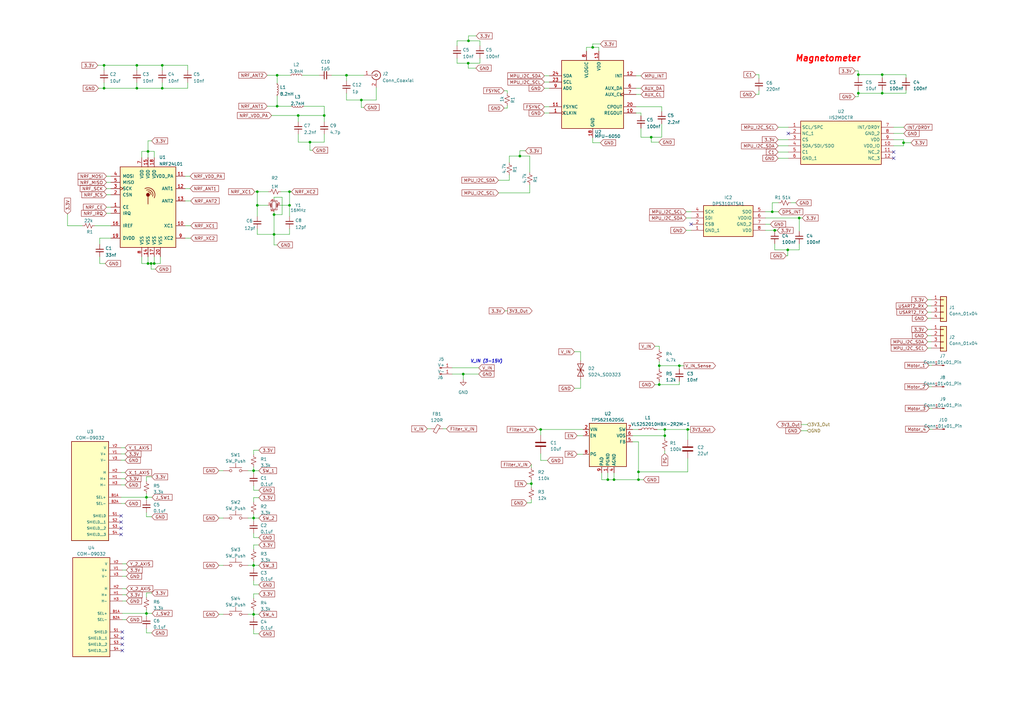
<source format=kicad_sch>
(kicad_sch (version 20231120) (generator "eeschema") (generator_version "8.0")
  (paper "A3")
  (lib_symbols
    (symbol "COM-09032:COM-09032" (pin_names (offset 1.016))
      (property "Reference" "U" (at -7.62 16.002 0))
      (property "Value" "COM-09032" (at -7.62 -27.94 0))
      (symbol "COM-09032_0_0"
        (pin passive line (at -12.7 -7.62 0) (length 5.08) (name "SEL+") (number "B1A"))
        (pin passive line (at -12.7 -10.16 0) (length 5.08) (name "SEL-") (number "B2A"))
        (pin passive line (at -12.7 0 0) (length 5.08) (name "H+") (number "H1"))
        (pin passive line (at -12.7 2.54 0) (length 5.08) (name "H") (number "H2"))
        (pin passive line (at -12.7 -2.54 0) (length 5.08) (name "H-") (number "H3"))
        (pin passive line (at -12.7 -15.24 0) (length 5.08) (name "SHIELD") (number "S1"))
        (pin passive line (at -12.7 -17.78 0) (length 5.08) (name "SHIELD__1") (number "S2"))
        (pin passive line (at -12.7 -20.32 0) (length 5.08) (name "SHIELD__2") (number "S3"))
        (pin passive line (at -12.7 -22.86 0) (length 5.08) (name "SHIELD__3") (number "S4"))
        (pin passive line (at -12.7 10.16 0) (length 5.08) (name "V+") (number "V1"))
        (pin passive line (at -12.7 12.7 0) (length 5.08) (name "V") (number "V2"))
        (pin passive line (at -12.7 7.62 0) (length 5.08) (name "V-") (number "V3"))
      )
    )
    (symbol "Connector:Conn_01x01_Pin" (pin_names (offset 1.016) hide)
      (property "Reference" "J" (at 0 2.54 0))
      (property "Value" "Conn_01x01_Pin" (at 0 -2.54 0))
      (symbol "Conn_01x01_Pin_1_1"
        (pin passive line (at 5.08 0 180) (length 3.81) (name "Pin_1") (number "1"))
      )
    )
    (symbol "Connector:Conn_Coaxial" (pin_names (offset 1.016) hide)
      (property "Reference" "J" (at 0.254 3.048 0))
      (property "Value" "Conn_Coaxial" (at 2.921 0 90))
      (symbol "Conn_Coaxial_1_1"
        (pin passive line (at -5.08 0 0) (length 2.54) (name "In") (number "1"))
        (pin passive line (at 0 -5.08 90) (length 2.54) (name "Ext") (number "2"))
      )
    )
    (symbol "Connector_Generic:Conn_01x04" (pin_names (offset 1.016) hide)
      (property "Reference" "J" (at 0 5.08 0))
      (property "Value" "Conn_01x04" (at 0 -7.62 0))
      (symbol "Conn_01x04_1_1"
        (pin passive line (at -5.08 2.54 0) (length 3.81) (name "Pin_1") (number "1"))
        (pin passive line (at -5.08 0 0) (length 3.81) (name "Pin_2") (number "2"))
        (pin passive line (at -5.08 -2.54 0) (length 3.81) (name "Pin_3") (number "3"))
        (pin passive line (at -5.08 -5.08 0) (length 3.81) (name "Pin_4") (number "4"))
      )
    )
    (symbol "DPS310XTSA1:DPS310XTSA1"
      (property "Reference" "IC" (at 26.67 7.62 0))
      (property "Value" "DPS310XTSA1" (at 26.67 5.08 0))
      (symbol "DPS310XTSA1_1_1"
        (pin passive line (at 0 -7.62 0) (length 5.08) (name "GND_1") (number "1"))
        (pin passive line (at 0 -5.08 0) (length 5.08) (name "CSB") (number "2"))
        (pin passive line (at 0 -2.54 0) (length 5.08) (name "SDI") (number "3"))
        (pin passive line (at 0 0 0) (length 5.08) (name "SCK") (number "4"))
        (pin passive line (at 30.48 0 180) (length 5.08) (name "SDO") (number "5"))
        (pin passive line (at 30.48 -2.54 180) (length 5.08) (name "VDDIO") (number "6"))
        (pin passive line (at 30.48 -5.08 180) (length 5.08) (name "GND_2") (number "7"))
        (pin passive line (at 30.48 -7.62 180) (length 5.08) (name "VDD") (number "8"))
      )
    )
    (symbol "Device:C" (pin_numbers hide) (pin_names (offset 0.254))
      (property "Reference" "C" (at 0.635 2.54 0))
      (property "Value" "C" (at 0.635 -2.54 0))
      (symbol "C_1_1"
        (pin passive line (at 0 3.81 270) (length 2.794) (name "~") (number "1"))
        (pin passive line (at 0 -3.81 90) (length 2.794) (name "~") (number "2"))
      )
    )
    (symbol "Device:C_Small" (pin_numbers hide) (pin_names (offset 0.254) hide)
      (property "Reference" "C" (at 0.254 1.778 0))
      (property "Value" "C_Small" (at 0.254 -2.032 0))
      (symbol "C_Small_1_1"
        (pin passive line (at 0 2.54 270) (length 2.032) (name "~") (number "1"))
        (pin passive line (at 0 -2.54 90) (length 2.032) (name "~") (number "2"))
      )
    )
    (symbol "Device:Crystal_GND24_Small" (pin_names (offset 1.016) hide)
      (property "Reference" "Y" (at 1.27 4.445 0))
      (property "Value" "Crystal_GND24_Small" (at 1.27 2.54 0))
      (symbol "Crystal_GND24_Small_1_1"
        (pin passive line (at -2.54 0 0) (length 1.27) (name "1") (number "1"))
        (pin passive line (at 0 -2.54 90) (length 0.635) (name "2") (number "2"))
        (pin passive line (at 2.54 0 180) (length 1.27) (name "3") (number "3"))
        (pin passive line (at 0 2.54 270) (length 0.635) (name "4") (number "4"))
      )
    )
    (symbol "Device:FerriteBead_Small" (pin_numbers hide) (pin_names (offset 0))
      (property "Reference" "FB" (at 1.905 1.27 0))
      (property "Value" "FerriteBead_Small" (at 1.905 -1.27 0))
      (symbol "FerriteBead_Small_1_1"
        (pin passive line (at 0 2.54 270) (length 1.27) (name "~") (number "1"))
        (pin passive line (at 0 -2.54 90) (length 1.27) (name "~") (number "2"))
      )
    )
    (symbol "Device:L" (pin_numbers hide) (pin_names (offset 1.016) hide)
      (property "Reference" "L" (at -1.27 0 90))
      (property "Value" "L" (at 1.905 0 90))
      (symbol "L_1_1"
        (pin passive line (at 0 3.81 270) (length 1.27) (name "1") (number "1"))
        (pin passive line (at 0 -3.81 90) (length 1.27) (name "2") (number "2"))
      )
    )
    (symbol "Device:L_Small" (pin_numbers hide) (pin_names (offset 0.254) hide)
      (property "Reference" "L" (at 0.762 1.016 0))
      (property "Value" "L_Small" (at 0.762 -1.016 0))
      (symbol "L_Small_1_1"
        (pin passive line (at 0 2.54 270) (length 0.508) (name "~") (number "1"))
        (pin passive line (at 0 -2.54 90) (length 0.508) (name "~") (number "2"))
      )
    )
    (symbol "Device:R_Small_US" (pin_numbers hide) (pin_names (offset 0.254) hide)
      (property "Reference" "R" (at 0.762 0.508 0))
      (property "Value" "R_Small_US" (at 0.762 -1.016 0))
      (symbol "R_Small_US_1_1"
        (pin passive line (at 0 2.54 270) (length 1.016) (name "~") (number "1"))
        (pin passive line (at 0 -2.54 90) (length 1.016) (name "~") (number "2"))
      )
    )
    (symbol "Diode:SD24_SOD323" (pin_numbers hide) (pin_names (offset 1.016) hide)
      (property "Reference" "D" (at 0 2.54 0))
      (property "Value" "SD24_SOD323" (at 0 -2.54 0))
      (symbol "SD24_SOD323_1_1"
        (pin passive line (at -3.81 0 0) (length 2.54) (name "A1") (number "1"))
        (pin passive line (at 3.81 0 180) (length 2.54) (name "A2") (number "2"))
      )
    )
    (symbol "IIS2MDCTR:IIS2MDCTR"
      (property "Reference" "IC" (at 39.37 7.62 0))
      (property "Value" "IIS2MDCTR" (at 39.37 5.08 0))
      (symbol "IIS2MDCTR_1_1"
        (pin passive line (at 0 0 0) (length 5.08) (name "SCL/SPC") (number "1"))
        (pin passive line (at 43.18 -7.62 180) (length 5.08) (name "VDD_IO") (number "10"))
        (pin passive line (at 43.18 -10.16 180) (length 5.08) (name "NC_2") (number "11"))
        (pin passive line (at 43.18 -12.7 180) (length 5.08) (name "NC_3") (number "12"))
        (pin passive line (at 0 -2.54 0) (length 5.08) (name "NC_1") (number "2"))
        (pin passive line (at 0 -5.08 0) (length 5.08) (name "CS") (number "3"))
        (pin passive line (at 0 -7.62 0) (length 5.08) (name "SDA/SDI/SDO") (number "4"))
        (pin passive line (at 0 -10.16 0) (length 5.08) (name "C1") (number "5"))
        (pin passive line (at 0 -12.7 0) (length 5.08) (name "GND_1") (number "6"))
        (pin passive line (at 43.18 0 180) (length 5.08) (name "INT/DRDY") (number "7"))
        (pin passive line (at 43.18 -2.54 180) (length 5.08) (name "GND_2") (number "8"))
        (pin passive line (at 43.18 -5.08 180) (length 5.08) (name "VDD") (number "9"))
      )
    )
    (symbol "RF:NRF24L01" (pin_names (offset 1.016))
      (property "Reference" "U" (at -11.43 17.78 0))
      (property "Value" "NRF24L01" (at 5.08 17.78 0))
      (symbol "NRF24L01_1_1"
        (pin input line (at -15.24 0 0) (length 3.81) (name "CE") (number "1"))
        (pin passive line (at 15.24 -7.62 180) (length 3.81) (name "XC1") (number "10"))
        (pin power_out line (at 15.24 12.7 180) (length 3.81) (name "VDD_PA") (number "11"))
        (pin passive line (at 15.24 7.62 180) (length 3.81) (name "ANT1") (number "12"))
        (pin passive line (at 15.24 2.54 180) (length 3.81) (name "ANT2") (number "13"))
        (pin power_in line (at 0 -20.32 90) (length 3.81) (name "VSS") (number "14"))
        (pin power_in line (at 0 20.32 270) (length 3.81) (name "VDD") (number "15"))
        (pin passive line (at -15.24 -7.62 0) (length 3.81) (name "IREF") (number "16"))
        (pin power_in line (at 2.54 -20.32 90) (length 3.81) (name "VSS") (number "17"))
        (pin power_in line (at 2.54 20.32 270) (length 3.81) (name "VDD") (number "18"))
        (pin power_out line (at -15.24 -12.7 0) (length 3.81) (name "DVDD") (number "19"))
        (pin input line (at -15.24 5.08 0) (length 3.81) (name "CSN") (number "2"))
        (pin power_in line (at 5.08 -20.32 90) (length 3.81) (name "VSS") (number "20"))
        (pin input clock (at -15.24 7.62 0) (length 3.81) (name "SCK") (number "3"))
        (pin input line (at -15.24 12.7 0) (length 3.81) (name "MOSI") (number "4"))
        (pin output line (at -15.24 10.16 0) (length 3.81) (name "MISO") (number "5"))
        (pin output line (at -15.24 -2.54 0) (length 3.81) (name "IRQ") (number "6"))
        (pin power_in line (at -2.54 20.32 270) (length 3.81) (name "VDD") (number "7"))
        (pin power_in line (at -2.54 -20.32 90) (length 3.81) (name "VSS") (number "8"))
        (pin passive line (at 15.24 -12.7 180) (length 3.81) (name "XC2") (number "9"))
      )
    )
    (symbol "Regulator_Switching:TPS62162DSG" (pin_names (offset 0.254))
      (property "Reference" "U" (at -7.62 11.43 0))
      (property "Value" "TPS62162DSG" (at -1.27 11.43 0))
      (symbol "TPS62162DSG_1_1"
        (pin power_in line (at 0 -10.16 90) (length 2.54) (name "PGND") (number "1"))
        (pin power_in line (at -10.16 7.62 0) (length 2.54) (name "VIN") (number "2"))
        (pin input line (at -10.16 5.08 0) (length 2.54) (name "EN") (number "3"))
        (pin power_in line (at 2.54 -10.16 90) (length 2.54) (name "AGND") (number "4"))
        (pin input line (at 10.16 2.54 180) (length 2.54) (name "FB") (number "5"))
        (pin input line (at 10.16 5.08 180) (length 2.54) (name "VOS") (number "6"))
        (pin output line (at 10.16 7.62 180) (length 2.54) (name "SW") (number "7"))
        (pin open_collector line (at -10.16 -2.54 0) (length 2.54) (name "PG") (number "8"))
        (pin power_in line (at -2.54 -10.16 90) (length 2.54) (name "PAD") (number "9"))
      )
    )
    (symbol "Sensor_Motion:MPU-6050"
      (property "Reference" "U" (at -11.43 13.97 0))
      (property "Value" "MPU-6050" (at 7.62 -15.24 0))
      (symbol "MPU-6050_0_0"
        (text "" (at 12.7 -2.54 0) (effects (font (size 1.27 1.27))))
      )
      (symbol "MPU-6050_1_1"
        (pin input clock (at -17.78 -7.62 0) (length 5.08) (name "CLKIN") (number "1"))
        (pin passive line (at 17.78 -7.62 180) (length 5.08) (name "REGOUT") (number "10"))
        (pin input line (at -17.78 -5.08 0) (length 5.08) (name "FSYNC") (number "11"))
        (pin output line (at 17.78 7.62 180) (length 5.08) (name "INT") (number "12"))
        (pin power_in line (at 2.54 17.78 270) (length 3.81) (name "VDD") (number "13"))
        (pin no_connect line (at -12.7 -10.16 0) (length 2.54) hide (name "NC") (number "14"))
        (pin no_connect line (at 12.7 12.7 180) (length 2.54) hide (name "NC") (number "15"))
        (pin no_connect line (at 12.7 10.16 180) (length 2.54) hide (name "NC") (number "16"))
        (pin no_connect line (at 12.7 5.08 180) (length 2.54) hide (name "NC") (number "17"))
        (pin power_in line (at 0 -17.78 90) (length 3.81) (name "GND") (number "18"))
        (pin no_connect line (at 12.7 -10.16 180) (length 2.54) hide (name "RESV") (number "19"))
        (pin no_connect line (at -12.7 12.7 0) (length 2.54) hide (name "NC") (number "2"))
        (pin passive line (at 17.78 -5.08 180) (length 5.08) (name "CPOUT") (number "20"))
        (pin no_connect line (at 12.7 -2.54 180) (length 2.54) hide (name "RESV") (number "21"))
        (pin no_connect line (at 12.7 -12.7 180) (length 2.54) hide (name "RESV") (number "22"))
        (pin input line (at -17.78 5.08 0) (length 5.08) (name "SCL") (number "23"))
        (pin bidirectional line (at -17.78 7.62 0) (length 5.08) (name "SDA") (number "24"))
        (pin no_connect line (at -12.7 10.16 0) (length 2.54) hide (name "NC") (number "3"))
        (pin no_connect line (at -12.7 0 0) (length 2.54) hide (name "NC") (number "4"))
        (pin no_connect line (at -12.7 -2.54 0) (length 2.54) hide (name "NC") (number "5"))
        (pin bidirectional line (at 17.78 2.54 180) (length 5.08) (name "AUX_DA") (number "6"))
        (pin output clock (at 17.78 0 180) (length 5.08) (name "AUX_CL") (number "7"))
        (pin power_in line (at -2.54 17.78 270) (length 3.81) (name "VLOGIC") (number "8"))
        (pin input line (at -17.78 2.54 0) (length 5.08) (name "AD0") (number "9"))
      )
    )
    (symbol "Switch:SW_Push" (pin_numbers hide) (pin_names (offset 1.016) hide)
      (property "Reference" "SW" (at 1.27 2.54 0))
      (property "Value" "SW_Push" (at 0 -1.524 0))
      (symbol "SW_Push_0_1"
        (pin passive line (at -5.08 0 0) (length 2.54) (name "1") (number "1"))
        (pin passive line (at 5.08 0 180) (length 2.54) (name "2") (number "2"))
      )
    )
    (symbol "power:GND" (power) (pin_names (offset 0))
      (property "Value" "GND" (at 0 -3.81 0))
      (symbol "GND_1_1"
        (pin power_in line (at 0 0 270) (length 0) hide (name "GND") (number "1"))
      )
    )
  )
  (junction (at 104.013 212.471))
  (junction (at 42.672 36.195))
  (junction (at 104.013 231.902))
  (junction (at 61.976 108.077))
  (junction (at 217.932 198.374))
  (junction (at 243.078 19.431))
  (junction (at 113.665 43.561))
  (junction (at 251.841 196.723))
  (junction (at 66.548 26.797))
  (junction (at 118.745 78.613))
  (junction (at 104.013 193.04))
  (junction (at 118.745 84.201))
  (junction (at 105.537 78.613))
  (junction (at 352.044 30.607))
  (junction (at 105.537 84.201))
  (junction (at 42.672 26.797))
  (junction (at 323.088 102.489))
  (junction (at 327.787 89.408))
  (junction (at 66.548 36.195))
  (junction (at 213.233 64.008))
  (junction (at 60.071 203.962))
  (junction (at 282.067 176.149))
  (junction (at 361.823 30.607))
  (junction (at 113.665 30.861))
  (junction (at 278.638 149.987))
  (junction (at 189.992 153.416))
  (junction (at 272.669 176.149))
  (junction (at 60.071 251.587))
  (junction (at 56.134 26.797))
  (junction (at 142.113 30.861))
  (junction (at 317.754 94.488))
  (junction (at 104.013 251.968))
  (junction (at 370.586 58.547))
  (junction (at 112.395 88.011))
  (junction (at 192.151 16.764))
  (junction (at 221.742 176.149))
  (junction (at 316.738 86.868))
  (junction (at 261.874 193.548))
  (junction (at 148.209 41.021))
  (junction (at 56.134 36.195))
  (junction (at 249.301 196.723))
  (junction (at 60.706 62.103))
  (junction (at 361.823 38.227))
  (junction (at 270.383 157.734))
  (junction (at 272.669 178.689))
  (junction (at 122.301 47.371))
  (junction (at 267.081 56.261))
  (junction (at 63.246 108.077))
  (junction (at 127.127 58.293))
  (junction (at 261.874 196.723))
  (junction (at 270.383 149.987))
  (junction (at 192.024 25.908))
  (junction (at 60.706 108.077))
  (junction (at 352.044 38.227))
  (junction (at 132.969 47.371))
  (junction (at 112.395 96.139))
  (no_connect (at 50.165 264.287))
  (no_connect (at 49.657 214.122))
  (no_connect (at 366.522 64.897))
  (no_connect (at 50.165 266.827))
  (no_connect (at 49.657 211.582))
  (no_connect (at 50.165 259.207))
  (no_connect (at 49.657 219.202))
  (no_connect (at 50.165 261.747))
  (no_connect (at 283.464 91.948))
  (no_connect (at 323.342 54.737))
  (no_connect (at 49.657 216.662))
  (no_connect (at 366.522 62.357))
  (wire (pts (xy 104.013 223.52) (xy 104.013 225.298)))
  (wire (pts (xy 104.521 78.613) (xy 105.537 78.613)))
  (wire (pts (xy 61.976 110.363) (xy 63.754 110.363)))
  (wire (pts (xy 236.728 178.689) (xy 239.141 178.689)))
  (wire (pts (xy 204.47 73.914) (xy 208.915 73.914)))
  (wire (pts (xy 370.586 58.547) (xy 370.586 57.277)))
  (wire (pts (xy 361.823 30.607) (xy 371.602 30.607)))
  (wire (pts (xy 317.754 99.949) (xy 317.754 102.489)))
  (wire (pts (xy 238.125 155.575) (xy 238.125 159.258)))
  (wire (pts (xy 60.071 203.962) (xy 60.071 202.438)))
  (wire (pts (xy 106.172 201.041) (xy 104.013 201.041)))
  (wire (pts (xy 60.706 62.103) (xy 63.246 62.103)))
  (wire (pts (xy 58.166 64.643) (xy 58.166 62.103)))
  (wire (pts (xy 75.946 92.583) (xy 78.232 92.583)))
  (wire (pts (xy 246.761 196.723) (xy 249.301 196.723)))
  (wire (pts (xy 58.166 108.077) (xy 60.706 108.077)))
  (wire (pts (xy 352.044 29.083) (xy 352.044 30.607)))
  (wire (pts (xy 251.841 193.929) (xy 251.841 196.723)))
  (wire (pts (xy 185.42 150.876) (xy 196.342 150.876)))
  (wire (pts (xy 60.071 203.962) (xy 60.071 205.105)))
  (wire (pts (xy 50.165 231.267) (xy 51.816 231.267)))
  (wire (pts (xy 27.686 87.757) (xy 27.686 92.583)))
  (wire (pts (xy 223.266 43.815) (xy 225.298 43.815)))
  (wire (pts (xy 124.587 43.561) (xy 132.969 43.561)))
  (wire (pts (xy 106.172 259.969) (xy 104.013 259.969)))
  (wire (pts (xy 50.165 241.427) (xy 51.816 241.427)))
  (wire (pts (xy 271.399 56.261) (xy 271.399 50.8)))
  (wire (pts (xy 208.915 64.008) (xy 213.233 64.008)))
  (wire (pts (xy 243.078 19.431) (xy 245.618 19.431)))
  (wire (pts (xy 352.044 38.227) (xy 352.044 39.624)))
  (wire (pts (xy 112.395 96.139) (xy 112.395 100.457)))
  (wire (pts (xy 105.537 84.201) (xy 105.537 88.773)))
  (wire (pts (xy 106.172 239.903) (xy 104.013 239.903)))
  (wire (pts (xy 104.013 231.902) (xy 104.013 233.045)))
  (wire (pts (xy 60.071 195.58) (xy 60.071 197.358)))
  (wire (pts (xy 370.586 58.547) (xy 373.634 58.547)))
  (wire (pts (xy 89.789 193.04) (xy 91.567 193.04)))
  (wire (pts (xy 281.432 86.868) (xy 283.464 86.868)))
  (wire (pts (xy 327.787 102.489) (xy 327.787 99.949)))
  (wire (pts (xy 56.134 33.909) (xy 56.134 36.195)))
  (wire (pts (xy 122.301 49.911) (xy 122.301 47.371)))
  (wire (pts (xy 118.745 78.613) (xy 119.507 78.613)))
  (wire (pts (xy 104.013 251.968) (xy 104.013 253.111)))
  (wire (pts (xy 259.461 178.689) (xy 272.669 178.689)))
  (wire (pts (xy 366.522 54.737) (xy 370.713 54.737)))
  (wire (pts (xy 104.013 212.471) (xy 104.013 213.614)))
  (wire (pts (xy 313.944 94.488) (xy 317.754 94.488)))
  (wire (pts (xy 75.946 97.663) (xy 78.232 97.663)))
  (wire (pts (xy 313.944 89.408) (xy 327.787 89.408)))
  (wire (pts (xy 43.688 84.963) (xy 45.466 84.963)))
  (wire (pts (xy 148.209 41.021) (xy 148.209 44.069)))
  (wire (pts (xy 50.165 243.967) (xy 51.816 243.967)))
  (wire (pts (xy 63.246 108.077) (xy 65.786 108.077)))
  (wire (pts (xy 66.548 33.909) (xy 66.548 36.195)))
  (wire (pts (xy 76.962 26.797) (xy 76.962 28.829)))
  (wire (pts (xy 122.301 58.293) (xy 127.127 58.293)))
  (wire (pts (xy 207.137 127.508) (xy 208.153 127.508)))
  (wire (pts (xy 101.727 231.902) (xy 104.013 231.902)))
  (wire (pts (xy 272.669 176.149) (xy 269.494 176.149)))
  (wire (pts (xy 278.638 149.987) (xy 278.638 151.384)))
  (wire (pts (xy 62.23 57.785) (xy 60.706 57.785)))
  (wire (pts (xy 56.134 26.797) (xy 66.548 26.797)))
  (wire (pts (xy 223.266 33.655) (xy 225.298 33.655)))
  (wire (pts (xy 118.745 96.139) (xy 118.745 93.853)))
  (wire (pts (xy 62.23 243.205) (xy 60.071 243.205)))
  (wire (pts (xy 224.536 188.849) (xy 221.742 188.849)))
  (wire (pts (xy 217.932 196.85) (xy 217.932 198.374)))
  (wire (pts (xy 238.125 144.272) (xy 238.125 147.955)))
  (wire (pts (xy 60.071 243.205) (xy 60.071 244.983)))
  (wire (pts (xy 104.013 212.471) (xy 106.172 212.471)))
  (wire (pts (xy 259.461 176.149) (xy 261.874 176.149)))
  (wire (pts (xy 40.894 97.663) (xy 40.894 100.203)))
  (wire (pts (xy 75.946 77.343) (xy 77.978 77.343)))
  (wire (pts (xy 221.742 176.149) (xy 239.141 176.149)))
  (wire (pts (xy 243.078 18.034) (xy 246.253 18.034)))
  (wire (pts (xy 243.078 19.431) (xy 243.078 18.034)))
  (wire (pts (xy 192.151 14.732) (xy 195.326 14.732)))
  (wire (pts (xy 189.992 153.416) (xy 189.992 155.575)))
  (wire (pts (xy 236.728 186.309) (xy 239.141 186.309)))
  (wire (pts (xy 89.789 231.902) (xy 91.567 231.902)))
  (wire (pts (xy 217.297 79.121) (xy 217.297 75.819)))
  (wire (pts (xy 115.697 80.899) (xy 115.697 88.011)))
  (wire (pts (xy 260.858 43.815) (xy 271.399 43.815)))
  (wire (pts (xy 380.492 128.016) (xy 381.889 128.016)))
  (wire (pts (xy 270.383 156.464) (xy 270.383 157.734)))
  (wire (pts (xy 370.586 59.817) (xy 370.586 58.547)))
  (wire (pts (xy 189.992 153.416) (xy 196.342 153.416)))
  (wire (pts (xy 371.602 38.227) (xy 371.602 36.957)))
  (wire (pts (xy 260.858 46.355) (xy 262.89 46.355)))
  (wire (pts (xy 251.841 196.723) (xy 261.874 196.723)))
  (wire (pts (xy 270.383 149.987) (xy 278.638 149.987)))
  (wire (pts (xy 61.976 108.077) (xy 63.246 108.077)))
  (wire (pts (xy 249.301 193.929) (xy 249.301 196.723)))
  (wire (pts (xy 62.23 259.588) (xy 60.071 259.588)))
  (wire (pts (xy 361.823 38.227) (xy 371.602 38.227)))
  (wire (pts (xy 40.894 105.283) (xy 40.894 108.077)))
  (wire (pts (xy 148.209 44.069) (xy 149.225 44.069)))
  (wire (pts (xy 104.013 238.125) (xy 104.013 239.903)))
  (wire (pts (xy 213.233 64.008) (xy 217.297 64.008)))
  (wire (pts (xy 104.013 258.191) (xy 104.013 259.969)))
  (wire (pts (xy 60.071 203.962) (xy 62.357 203.962)))
  (wire (pts (xy 105.537 84.201) (xy 109.855 84.201)))
  (wire (pts (xy 249.301 196.723) (xy 251.841 196.723)))
  (wire (pts (xy 352.044 30.607) (xy 361.823 30.607)))
  (wire (pts (xy 270.383 157.734) (xy 278.638 157.734)))
  (wire (pts (xy 60.706 108.077) (xy 61.976 108.077)))
  (wire (pts (xy 49.657 188.722) (xy 51.308 188.722)))
  (wire (pts (xy 223.266 31.115) (xy 225.298 31.115)))
  (wire (pts (xy 245.618 19.431) (xy 245.618 20.955)))
  (wire (pts (xy 381 158.623) (xy 382.143 158.623)))
  (wire (pts (xy 311.277 37.211) (xy 311.277 38.735)))
  (wire (pts (xy 260.858 38.735) (xy 262.89 38.735)))
  (wire (pts (xy 319.151 64.897) (xy 323.342 64.897)))
  (wire (pts (xy 111.379 47.371) (xy 122.301 47.371)))
  (wire (pts (xy 132.969 58.293) (xy 132.969 54.991)))
  (wire (pts (xy 136.017 30.861) (xy 142.113 30.861)))
  (wire (pts (xy 49.657 196.342) (xy 51.308 196.342)))
  (wire (pts (xy 118.745 78.613) (xy 118.745 84.201)))
  (wire (pts (xy 278.638 149.987) (xy 280.543 149.987)))
  (wire (pts (xy 380.492 140.208) (xy 381.889 140.208)))
  (wire (pts (xy 267.081 58.293) (xy 270.256 58.293)))
  (wire (pts (xy 106.172 204.089) (xy 104.013 204.089)))
  (wire (pts (xy 112.395 86.741) (xy 112.395 88.011)))
  (wire (pts (xy 132.969 47.371) (xy 132.969 49.911)))
  (wire (pts (xy 270.383 141.986) (xy 270.383 143.256)))
  (wire (pts (xy 243.078 58.547) (xy 246.253 58.547)))
  (wire (pts (xy 181.737 175.895) (xy 183.134 175.895)))
  (wire (pts (xy 124.079 30.861) (xy 130.937 30.861)))
  (wire (pts (xy 192.024 27.94) (xy 192.024 25.908)))
  (wire (pts (xy 113.665 34.163) (xy 113.665 30.861)))
  (wire (pts (xy 104.013 243.586) (xy 104.013 245.364)))
  (wire (pts (xy 366.522 59.817) (xy 370.586 59.817)))
  (wire (pts (xy 217.932 198.374) (xy 217.932 199.898)))
  (wire (pts (xy 371.602 30.607) (xy 371.602 31.877)))
  (wire (pts (xy 281.432 89.408) (xy 283.464 89.408)))
  (wire (pts (xy 380.492 137.668) (xy 381.889 137.668)))
  (wire (pts (xy 240.538 19.431) (xy 243.078 19.431)))
  (wire (pts (xy 319.151 52.197) (xy 323.342 52.197)))
  (wire (pts (xy 104.013 218.694) (xy 104.013 220.472)))
  (wire (pts (xy 317.754 102.489) (xy 323.088 102.489)))
  (wire (pts (xy 118.745 84.201) (xy 118.745 88.773)))
  (wire (pts (xy 262.89 52.578) (xy 262.89 56.261)))
  (wire (pts (xy 380.492 142.748) (xy 381.889 142.748)))
  (wire (pts (xy 89.789 251.968) (xy 91.567 251.968)))
  (wire (pts (xy 213.233 61.849) (xy 215.519 61.849)))
  (wire (pts (xy 62.23 211.963) (xy 60.071 211.963)))
  (wire (pts (xy 42.672 26.797) (xy 56.134 26.797)))
  (wire (pts (xy 208.026 38.227) (xy 208.026 37.211)))
  (wire (pts (xy 104.013 204.089) (xy 104.013 205.867)))
  (wire (pts (xy 105.537 96.139) (xy 112.395 96.139)))
  (wire (pts (xy 104.013 193.04) (xy 104.013 191.516)))
  (wire (pts (xy 154.305 41.021) (xy 154.305 35.941)))
  (wire (pts (xy 104.013 251.968) (xy 106.172 251.968)))
  (wire (pts (xy 282.067 176.149) (xy 282.067 180.34)))
  (wire (pts (xy 56.134 36.195) (xy 66.548 36.195)))
  (wire (pts (xy 216.154 198.374) (xy 217.932 198.374)))
  (wire (pts (xy 60.071 251.587) (xy 62.357 251.587)))
  (wire (pts (xy 327.787 89.408) (xy 329.057 89.408)))
  (wire (pts (xy 350.774 29.083) (xy 352.044 29.083)))
  (wire (pts (xy 196.85 23.876) (xy 196.85 25.908)))
  (wire (pts (xy 259.461 181.229) (xy 261.874 181.229)))
  (wire (pts (xy 50.165 233.807) (xy 51.816 233.807)))
  (wire (pts (xy 313.944 91.948) (xy 315.976 91.948)))
  (wire (pts (xy 282.067 193.548) (xy 261.874 193.548)))
  (wire (pts (xy 310.007 30.607) (xy 311.277 30.607)))
  (wire (pts (xy 272.669 176.149) (xy 282.067 176.149)))
  (wire (pts (xy 380.492 122.936) (xy 381.889 122.936)))
  (wire (pts (xy 261.874 196.723) (xy 263.906 196.723)))
  (wire (pts (xy 61.976 108.077) (xy 61.976 110.363)))
  (wire (pts (xy 58.166 62.103) (xy 60.706 62.103)))
  (wire (pts (xy 260.858 36.195) (xy 262.89 36.195)))
  (wire (pts (xy 272.669 178.689) (xy 272.669 179.832)))
  (wire (pts (xy 132.969 43.561) (xy 132.969 47.371)))
  (wire (pts (xy 243.078 58.547) (xy 243.078 56.515)))
  (wire (pts (xy 101.727 212.471) (xy 104.013 212.471)))
  (wire (pts (xy 192.024 25.908) (xy 196.85 25.908)))
  (wire (pts (xy 122.301 54.991) (xy 122.301 58.293)))
  (wire (pts (xy 213.233 64.008) (xy 213.233 61.849)))
  (wire (pts (xy 43.688 72.263) (xy 45.466 72.263)))
  (wire (pts (xy 272.669 178.689) (xy 272.669 176.149)))
  (wire (pts (xy 106.172 223.52) (xy 104.013 223.52)))
  (wire (pts (xy 196.85 16.764) (xy 196.85 18.796)))
  (wire (pts (xy 319.151 57.277) (xy 323.342 57.277)))
  (wire (pts (xy 317.754 94.488) (xy 317.754 94.869)))
  (wire (pts (xy 142.113 38.227) (xy 142.113 41.021)))
  (wire (pts (xy 278.638 157.734) (xy 278.638 156.464)))
  (wire (pts (xy 49.657 186.182) (xy 51.308 186.182)))
  (wire (pts (xy 187.452 16.764) (xy 192.151 16.764)))
  (wire (pts (xy 104.013 193.04) (xy 104.013 194.183)))
  (wire (pts (xy 380.492 125.476) (xy 381.889 125.476)))
  (wire (pts (xy 115.189 78.613) (xy 118.745 78.613)))
  (wire (pts (xy 106.172 184.658) (xy 104.013 184.658)))
  (wire (pts (xy 112.395 100.457) (xy 113.665 100.457)))
  (wire (pts (xy 192.024 27.94) (xy 195.199 27.94)))
  (wire (pts (xy 104.013 212.471) (xy 104.013 210.947)))
  (wire (pts (xy 76.962 33.909) (xy 76.962 36.195)))
  (wire (pts (xy 282.067 176.149) (xy 283.21 176.149)))
  (wire (pts (xy 56.134 26.797) (xy 56.134 28.829)))
  (wire (pts (xy 267.081 56.261) (xy 271.399 56.261)))
  (wire (pts (xy 60.071 251.587) (xy 60.071 250.063)))
  (wire (pts (xy 40.894 108.077) (xy 43.18 108.077)))
  (wire (pts (xy 316.738 86.868) (xy 319.278 86.868)))
  (wire (pts (xy 366.522 52.197) (xy 370.713 52.197)))
  (wire (pts (xy 104.013 251.968) (xy 104.013 250.444)))
  (wire (pts (xy 40.386 36.195) (xy 42.672 36.195)))
  (wire (pts (xy 319.151 59.817) (xy 323.342 59.817)))
  (wire (pts (xy 350.774 39.624) (xy 352.044 39.624)))
  (wire (pts (xy 112.395 81.661) (xy 112.395 80.899)))
  (wire (pts (xy 50.165 246.507) (xy 51.816 246.507)))
  (wire (pts (xy 122.301 47.371) (xy 132.969 47.371)))
  (wire (pts (xy 27.686 92.583) (xy 33.782 92.583)))
  (wire (pts (xy 113.665 39.243) (xy 113.665 43.561)))
  (wire (pts (xy 217.297 64.008) (xy 217.297 70.739)))
  (wire (pts (xy 49.657 183.642) (xy 51.308 183.642)))
  (wire (pts (xy 43.688 87.503) (xy 45.466 87.503)))
  (wire (pts (xy 322.453 104.902) (xy 323.088 104.902)))
  (wire (pts (xy 42.672 36.195) (xy 56.134 36.195)))
  (wire (pts (xy 381.127 167.513) (xy 382.27 167.513)))
  (wire (pts (xy 268.605 141.986) (xy 270.383 141.986)))
  (wire (pts (xy 115.697 88.011) (xy 112.395 88.011)))
  (wire (pts (xy 49.657 193.802) (xy 51.308 193.802)))
  (wire (pts (xy 104.013 199.263) (xy 104.013 201.041)))
  (wire (pts (xy 192.151 16.764) (xy 192.151 14.732)))
  (wire (pts (xy 112.395 88.011) (xy 112.395 96.139)))
  (wire (pts (xy 313.944 86.868) (xy 316.738 86.868)))
  (wire (pts (xy 324.358 83.185) (xy 326.39 83.185)))
  (wire (pts (xy 381 149.86) (xy 382.143 149.86)))
  (wire (pts (xy 63.246 105.283) (xy 63.246 108.077)))
  (wire (pts (xy 235.585 159.258) (xy 238.125 159.258)))
  (wire (pts (xy 127.127 58.293) (xy 127.127 61.595)))
  (wire (pts (xy 267.081 58.293) (xy 267.081 56.261)))
  (wire (pts (xy 104.013 231.902) (xy 104.013 230.378)))
  (wire (pts (xy 187.452 25.908) (xy 187.452 23.876)))
  (wire (pts (xy 223.266 36.195) (xy 225.298 36.195)))
  (wire (pts (xy 66.548 26.797) (xy 76.962 26.797)))
  (wire (pts (xy 40.132 26.797) (xy 42.672 26.797)))
  (wire (pts (xy 270.383 149.987) (xy 270.383 151.384)))
  (wire (pts (xy 270.383 148.336) (xy 270.383 149.987)))
  (wire (pts (xy 204.47 79.121) (xy 217.297 79.121)))
  (wire (pts (xy 50.165 254.127) (xy 51.816 254.127)))
  (wire (pts (xy 113.665 30.861) (xy 118.999 30.861)))
  (wire (pts (xy 240.538 20.955) (xy 240.538 19.431)))
  (wire (pts (xy 66.548 36.195) (xy 76.962 36.195)))
  (wire (pts (xy 361.823 30.607) (xy 361.823 31.877)))
  (wire (pts (xy 75.946 72.263) (xy 77.978 72.263)))
  (wire (pts (xy 223.266 46.355) (xy 225.298 46.355)))
  (wire (pts (xy 142.113 30.861) (xy 149.225 30.861)))
  (wire (pts (xy 361.823 36.957) (xy 361.823 38.227)))
  (wire (pts (xy 311.277 30.607) (xy 311.277 32.131)))
  (wire (pts (xy 45.466 97.663) (xy 40.894 97.663)))
  (wire (pts (xy 323.088 102.489) (xy 323.088 104.902)))
  (wire (pts (xy 60.706 57.785) (xy 60.706 62.103)))
  (wire (pts (xy 106.172 243.586) (xy 104.013 243.586)))
  (wire (pts (xy 217.932 204.978) (xy 217.932 206.248)))
  (wire (pts (xy 104.013 184.658) (xy 104.013 186.436)))
  (wire (pts (xy 104.013 193.04) (xy 106.172 193.04)))
  (wire (pts (xy 60.706 62.103) (xy 60.706 64.643)))
  (wire (pts (xy 65.786 108.077) (xy 65.786 105.283)))
  (wire (pts (xy 101.727 251.968) (xy 104.013 251.968)))
  (wire (pts (xy 260.858 31.115) (xy 262.89 31.115)))
  (wire (pts (xy 60.071 257.81) (xy 60.071 259.588)))
  (wire (pts (xy 49.657 198.882) (xy 51.308 198.882)))
  (wire (pts (xy 319.151 62.357) (xy 323.342 62.357)))
  (wire (pts (xy 105.537 78.613) (xy 105.537 84.201)))
  (wire (pts (xy 43.688 77.343) (xy 45.466 77.343)))
  (wire (pts (xy 310.007 38.735) (xy 311.277 38.735)))
  (wire (pts (xy 327.787 89.408) (xy 327.787 94.869)))
  (wire (pts (xy 127.127 61.595) (xy 128.143 61.595)))
  (wire (pts (xy 262.89 46.355) (xy 262.89 47.498)))
  (wire (pts (xy 381.254 176.022) (xy 382.397 176.022)))
  (wire (pts (xy 148.209 41.021) (xy 154.305 41.021)))
  (wire (pts (xy 221.742 176.149) (xy 221.742 178.435)))
  (wire (pts (xy 208.915 66.675) (xy 208.915 64.008)))
  (wire (pts (xy 370.586 57.277) (xy 366.522 57.277)))
  (wire (pts (xy 58.166 105.283) (xy 58.166 108.077)))
  (wire (pts (xy 208.026 37.211) (xy 206.756 37.211)))
  (wire (pts (xy 208.026 44.323) (xy 208.026 43.307)))
  (wire (pts (xy 281.432 94.488) (xy 283.464 94.488)))
  (wire (pts (xy 43.688 74.803) (xy 45.466 74.803)))
  (wire (pts (xy 42.672 33.909) (xy 42.672 36.195)))
  (wire (pts (xy 142.113 41.021) (xy 148.209 41.021)))
  (wire (pts (xy 106.172 220.472) (xy 104.013 220.472)))
  (wire (pts (xy 220.345 176.149) (xy 221.742 176.149)))
  (wire (pts (xy 127.127 58.293) (xy 132.969 58.293)))
  (wire (pts (xy 272.669 184.912) (xy 272.669 186.055)))
  (wire (pts (xy 112.395 80.899) (xy 115.697 80.899)))
  (wire (pts (xy 208.026 44.323) (xy 206.756 44.323)))
  (wire (pts (xy 217.932 190.5) (xy 217.932 191.77)))
  (wire (pts (xy 187.452 18.796) (xy 187.452 16.764)))
  (wire (pts (xy 105.537 93.853) (xy 105.537 96.139)))
  (wire (pts (xy 235.585 144.272) (xy 238.125 144.272)))
  (wire (pts (xy 380.492 135.128) (xy 381.889 135.128)))
  (wire (pts (xy 42.672 28.829) (xy 42.672 26.797)))
  (wire (pts (xy 62.23 195.58) (xy 60.071 195.58)))
  (wire (pts (xy 208.915 73.914) (xy 208.915 71.755)))
  (wire (pts (xy 282.067 187.96) (xy 282.067 193.548)))
  (wire (pts (xy 216.154 206.248) (xy 217.932 206.248)))
  (wire (pts (xy 268.605 157.734) (xy 270.383 157.734)))
  (wire (pts (xy 323.088 102.489) (xy 327.787 102.489)))
  (wire (pts (xy 380.492 130.556) (xy 381.889 130.556)))
  (wire (pts (xy 352.044 38.227) (xy 361.823 38.227)))
  (wire (pts (xy 113.665 43.561) (xy 119.507 43.561)))
  (wire (pts (xy 261.874 181.229) (xy 261.874 193.548)))
  (wire (pts (xy 109.601 30.861) (xy 113.665 30.861)))
  (wire (pts (xy 112.395 96.139) (xy 118.745 96.139)))
  (wire (pts (xy 192.151 16.764) (xy 196.85 16.764)))
  (wire (pts (xy 50.165 236.347) (xy 51.816 236.347)))
  (wire (pts (xy 185.42 153.416) (xy 189.992 153.416)))
  (wire (pts (xy 63.246 62.103) (xy 63.246 64.643)))
  (wire (pts (xy 49.657 203.962) (xy 60.071 203.962)))
  (wire (pts (xy 49.657 206.502) (xy 51.308 206.502)))
  (wire (pts (xy 66.548 26.797) (xy 66.548 28.829)))
  (wire (pts (xy 60.071 210.185) (xy 60.071 211.963)))
  (wire (pts (xy 328.549 176.657) (xy 331.089 176.657)))
  (wire (pts (xy 352.044 31.877) (xy 352.044 30.607)))
  (wire (pts (xy 43.688 79.883) (xy 45.466 79.883)))
  (wire (pts (xy 110.109 78.613) (xy 105.537 78.613)))
  (wire (pts (xy 101.727 193.04) (xy 104.013 193.04)))
  (wire (pts (xy 221.742 188.849) (xy 221.742 186.055)))
  (wire (pts (xy 60.706 105.283) (xy 60.706 108.077)))
  (wire (pts (xy 271.399 43.815) (xy 271.399 45.72)))
  (wire (pts (xy 328.549 174.117) (xy 331.089 174.117)))
  (wire (pts (xy 50.165 251.587) (xy 60.071 251.587)))
  (wire (pts (xy 175.26 175.895) (xy 176.657 175.895)))
  (wire (pts (xy 316.738 86.868) (xy 316.738 83.185)))
  (wire (pts (xy 246.761 193.929) (xy 246.761 196.723)))
  (wire (pts (xy 187.452 25.908) (xy 192.024 25.908)))
  (wire (pts (xy 38.862 92.583) (xy 45.466 92.583)))
  (wire (pts (xy 261.874 193.548) (xy 261.874 196.723)))
  (wire (pts (xy 352.044 36.957) (xy 352.044 38.227)))
  (wire (pts (xy 60.071 251.587) (xy 60.071 252.73)))
  (wire (pts (xy 75.946 82.423) (xy 78.232 82.423)))
  (wire (pts (xy 262.89 56.261) (xy 267.081 56.261)))
  (wire (pts (xy 142.113 30.861) (xy 142.113 33.147)))
  (wire (pts (xy 109.601 43.561) (xy 113.665 43.561)))
  (wire (pts (xy 89.789 212.471) (xy 91.567 212.471)))
  (wire (pts (xy 104.013 231.902) (xy 106.172 231.902)))
  (wire (pts (xy 316.738 83.185) (xy 319.278 83.185)))
  (wire (pts (xy 317.754 94.488) (xy 318.77 94.488)))
  (wire (pts (xy 114.935 84.201) (xy 118.745 84.201)))
  (text "Magnetometer" (at 326.009 25.527 0) (effects (font (size 2.54 2.54) (thickness 0.508) (bold yes) (italic yes)) (justify left bottom)))
  (text "V_IN (3-15V)" (at 192.913 148.971 0) (effects (font (size 1.27 1.27) (thickness 0.254) (bold yes) (italic yes)) (justify left bottom)))
  (global_label "3.3V" (shape input) (at 51.816 243.967 0) (property "Intersheetrefs" "${INTERSHEET_REFS}" (effects (hide yes))))
  (global_label "NRF_ANT2" (shape input) (at 109.601 30.861 180) (property "Intersheetrefs" "${INTERSHEET_REFS}" (effects (hide yes))))
  (global_label "3.3V" (shape input) (at 318.77 94.488 0) (property "Intersheetrefs" "${INTERSHEET_REFS}" (effects (hide yes))))
  (global_label "GND" (shape input) (at 246.253 58.547 0) (property "Intersheetrefs" "${INTERSHEET_REFS}" (effects (hide yes))))
  (global_label "V_IN" (shape input) (at 196.342 150.876 0) (property "Intersheetrefs" "${INTERSHEET_REFS}" (effects (hide yes))))
  (global_label "3.3V" (shape input) (at 62.23 57.785 0) (property "Intersheetrefs" "${INTERSHEET_REFS}" (effects (hide yes))))
  (global_label "3.3V" (shape input) (at 373.634 58.547 0) (property "Intersheetrefs" "${INTERSHEET_REFS}" (effects (hide yes))))
  (global_label "GND" (shape input) (at 224.536 188.849 0) (property "Intersheetrefs" "${INTERSHEET_REFS}" (effects (hide yes))))
  (global_label "3.3V" (shape input) (at 106.172 204.089 0) (property "Intersheetrefs" "${INTERSHEET_REFS}" (effects (hide yes))))
  (global_label "NRF_CE" (shape input) (at 43.688 84.963 180) (property "Intersheetrefs" "${INTERSHEET_REFS}" (effects (hide yes))))
  (global_label "3.3V" (shape input) (at 215.519 61.849 0) (property "Intersheetrefs" "${INTERSHEET_REFS}" (effects (hide yes))))
  (global_label "MPU_I2C_SCL" (shape input) (at 281.432 86.868 180) (property "Intersheetrefs" "${INTERSHEET_REFS}" (effects (hide yes))))
  (global_label "3.3V" (shape input) (at 246.253 18.034 0) (property "Intersheetrefs" "${INTERSHEET_REFS}" (effects (hide yes))))
  (global_label "GND" (shape input) (at 106.172 201.041 0) (property "Intersheetrefs" "${INTERSHEET_REFS}" (effects (hide yes))))
  (global_label "GND" (shape input) (at 216.154 206.248 180) (property "Intersheetrefs" "${INTERSHEET_REFS}" (effects (hide yes))))
  (global_label "NRF_!CS" (shape input) (at 43.688 79.883 180) (property "Intersheetrefs" "${INTERSHEET_REFS}" (effects (hide yes))))
  (global_label "GND" (shape input) (at 89.789 251.968 180) (property "Intersheetrefs" "${INTERSHEET_REFS}" (effects (hide yes))))
  (global_label "SW_2" (shape input) (at 106.172 212.471 0) (property "Intersheetrefs" "${INTERSHEET_REFS}" (effects (hide yes))))
  (global_label "NRF_XC2" (shape input) (at 119.507 78.613 0) (property "Intersheetrefs" "${INTERSHEET_REFS}" (effects (hide yes))))
  (global_label "3.3V" (shape input) (at 380.492 135.128 180) (property "Intersheetrefs" "${INTERSHEET_REFS}" (effects (hide yes))))
  (global_label "V_IN" (shape input) (at 235.585 144.272 180) (property "Intersheetrefs" "${INTERSHEET_REFS}" (effects (hide yes))))
  (global_label "MPU_I2C_SCL" (shape input) (at 223.266 33.655 180) (property "Intersheetrefs" "${INTERSHEET_REFS}" (effects (hide yes))))
  (global_label "Motor_2" (shape input) (at 381 158.623 180) (property "Intersheetrefs" "${INTERSHEET_REFS}" (effects (hide yes))))
  (global_label "3.3V" (shape input) (at 62.23 195.58 0) (property "Intersheetrefs" "${INTERSHEET_REFS}" (effects (hide yes))))
  (global_label "NRF_MISO" (shape input) (at 43.688 74.803 180) (property "Intersheetrefs" "${INTERSHEET_REFS}" (effects (hide yes))))
  (global_label "GND" (shape input) (at 319.151 64.897 180) (property "Intersheetrefs" "${INTERSHEET_REFS}" (effects (hide yes))))
  (global_label "3.3V" (shape input) (at 51.308 196.342 0) (property "Intersheetrefs" "${INTERSHEET_REFS}" (effects (hide yes))))
  (global_label "GND" (shape input) (at 326.39 83.185 0) (property "Intersheetrefs" "${INTERSHEET_REFS}" (effects (hide yes))))
  (global_label "C1" (shape input) (at 310.007 30.607 180) (property "Intersheetrefs" "${INTERSHEET_REFS}" (effects (hide yes))))
  (global_label "NRF_VDD_PA" (shape input) (at 111.379 47.371 180) (property "Intersheetrefs" "${INTERSHEET_REFS}" (effects (hide yes))))
  (global_label "SW_3" (shape input) (at 106.172 231.902 0) (property "Intersheetrefs" "${INTERSHEET_REFS}" (effects (hide yes))))
  (global_label "Y_1_AXIS" (shape input) (at 51.308 183.642 0) (property "Intersheetrefs" "${INTERSHEET_REFS}" (effects (hide yes))))
  (global_label "3.3V" (shape input) (at 27.686 87.757 90) (property "Intersheetrefs" "${INTERSHEET_REFS}" (effects (hide yes))))
  (global_label "EN" (shape input) (at 236.728 178.689 180) (property "Intersheetrefs" "${INTERSHEET_REFS}" (effects (hide yes))))
  (global_label "GND" (shape input) (at 149.225 44.069 0) (property "Intersheetrefs" "${INTERSHEET_REFS}" (effects (hide yes))))
  (global_label "GND" (shape input) (at 196.342 153.416 0) (property "Intersheetrefs" "${INTERSHEET_REFS}" (effects (hide yes))))
  (global_label "SW_4" (shape input) (at 106.172 251.968 0) (property "Intersheetrefs" "${INTERSHEET_REFS}" (effects (hide yes))))
  (global_label "3V3_Out" (shape output) (at 208.153 127.508 0) (property "Intersheetrefs" "${INTERSHEET_REFS}" (effects (hide yes))))
  (global_label "3.3V" (shape input) (at 380.492 122.936 180) (property "Intersheetrefs" "${INTERSHEET_REFS}" (effects (hide yes))))
  (global_label "GND" (shape input) (at 281.432 94.488 180) (property "Intersheetrefs" "${INTERSHEET_REFS}" (effects (hide yes))))
  (global_label "GND" (shape input) (at 62.23 211.963 0) (property "Intersheetrefs" "${INTERSHEET_REFS}" (effects (hide yes))))
  (global_label "3.3V" (shape input) (at 62.23 243.205 0) (property "Intersheetrefs" "${INTERSHEET_REFS}" (effects (hide yes))))
  (global_label "GND" (shape input) (at 310.007 38.735 180) (property "Intersheetrefs" "${INTERSHEET_REFS}" (effects (hide yes))))
  (global_label "3.3V" (shape input) (at 51.816 233.807 0) (property "Intersheetrefs" "${INTERSHEET_REFS}" (effects (hide yes))))
  (global_label "3.3V" (shape input) (at 51.308 186.182 0) (property "Intersheetrefs" "${INTERSHEET_REFS}" (effects (hide yes))))
  (global_label "NRF_ANT1" (shape input) (at 109.601 43.561 180) (property "Intersheetrefs" "${INTERSHEET_REFS}" (effects (hide yes))))
  (global_label "J_SW2" (shape input) (at 62.357 251.587 0) (property "Intersheetrefs" "${INTERSHEET_REFS}" (effects (hide yes))))
  (global_label "GND" (shape input) (at 51.816 246.507 0) (property "Intersheetrefs" "${INTERSHEET_REFS}" (effects (hide yes))))
  (global_label "GND" (shape input) (at 223.266 36.195 180) (property "Intersheetrefs" "${INTERSHEET_REFS}" (effects (hide yes))))
  (global_label "3.3V" (shape input) (at 195.326 14.732 0) (property "Intersheetrefs" "${INTERSHEET_REFS}" (effects (hide yes))))
  (global_label "MPU_I2C_SDA" (shape input) (at 223.266 31.115 180) (property "Intersheetrefs" "${INTERSHEET_REFS}" (effects (hide yes))))
  (global_label "Motor_3" (shape input) (at 381.127 167.513 180) (property "Intersheetrefs" "${INTERSHEET_REFS}" (effects (hide yes))))
  (global_label "INT{slash}DRDY" (shape input) (at 370.713 52.197 0) (property "Intersheetrefs" "${INTERSHEET_REFS}" (effects (hide yes))))
  (global_label "NRF_ANT2" (shape input) (at 78.232 82.423 0) (property "Intersheetrefs" "${INTERSHEET_REFS}" (effects (hide yes))))
  (global_label "NRF_ANT1" (shape input) (at 77.978 77.343 0) (property "Intersheetrefs" "${INTERSHEET_REFS}" (effects (hide yes))))
  (global_label "GND" (shape input) (at 51.308 206.502 0) (property "Intersheetrefs" "${INTERSHEET_REFS}" (effects (hide yes))))
  (global_label "X_1_AXIS" (shape input) (at 51.308 193.802 0) (property "Intersheetrefs" "${INTERSHEET_REFS}" (effects (hide yes))))
  (global_label "NRF_XC1" (shape input) (at 104.521 78.613 180) (property "Intersheetrefs" "${INTERSHEET_REFS}" (effects (hide yes))))
  (global_label "3.3V" (shape input) (at 106.172 243.586 0) (property "Intersheetrefs" "${INTERSHEET_REFS}" (effects (hide yes))))
  (global_label "MPU_I2C_SDA" (shape input) (at 281.432 89.408 180) (property "Intersheetrefs" "${INTERSHEET_REFS}" (effects (hide yes))))
  (global_label "USART2_RX" (shape input) (at 380.492 125.476 180) (property "Intersheetrefs" "${INTERSHEET_REFS}" (effects (hide yes))))
  (global_label "Filter_V_IN" (shape input) (at 217.932 190.5 180) (property "Intersheetrefs" "${INTERSHEET_REFS}" (effects (hide yes))))
  (global_label "V_IN" (shape input) (at 175.26 175.895 180) (property "Intersheetrefs" "${INTERSHEET_REFS}" (effects (hide yes))))
  (global_label "3.3V" (shape input) (at 40.132 26.797 180) (property "Intersheetrefs" "${INTERSHEET_REFS}" (effects (hide yes))))
  (global_label "MPU_I2C_SDA" (shape input) (at 380.492 140.208 180) (property "Intersheetrefs" "${INTERSHEET_REFS}" (effects (hide yes))))
  (global_label "NRF_SCK" (shape input) (at 43.688 77.343 180) (property "Intersheetrefs" "${INTERSHEET_REFS}" (effects (hide yes))))
  (global_label "GND" (shape input) (at 51.816 236.347 0) (property "Intersheetrefs" "${INTERSHEET_REFS}" (effects (hide yes))))
  (global_label "GND" (shape input) (at 206.756 44.323 180) (property "Intersheetrefs" "${INTERSHEET_REFS}" (effects (hide yes))))
  (global_label "MPU_INT" (shape input) (at 262.89 31.115 0) (property "Intersheetrefs" "${INTERSHEET_REFS}" (effects (hide yes))))
  (global_label "GND" (shape input) (at 235.585 159.258 180) (property "Intersheetrefs" "${INTERSHEET_REFS}" (effects (hide yes))))
  (global_label "GND" (shape input) (at 89.789 231.902 180) (property "Intersheetrefs" "${INTERSHEET_REFS}" (effects (hide yes))))
  (global_label "MPU_I2C_SCL" (shape input) (at 380.492 142.748 180) (property "Intersheetrefs" "${INTERSHEET_REFS}" (effects (hide yes))))
  (global_label "NRF_XC1" (shape input) (at 78.232 92.583 0) (property "Intersheetrefs" "${INTERSHEET_REFS}" (effects (hide yes))))
  (global_label "GND" (shape input) (at 43.18 108.077 0) (property "Intersheetrefs" "${INTERSHEET_REFS}" (effects (hide yes))))
  (global_label "NRF_MOSI" (shape input) (at 43.688 72.263 180) (property "Intersheetrefs" "${INTERSHEET_REFS}" (effects (hide yes))))
  (global_label "GND" (shape input) (at 322.453 104.902 180) (property "Intersheetrefs" "${INTERSHEET_REFS}" (effects (hide yes))))
  (global_label "Filter_V_IN" (shape input) (at 183.134 175.895 0) (property "Intersheetrefs" "${INTERSHEET_REFS}" (effects (hide yes))))
  (global_label "NRF_XC2" (shape input) (at 78.232 97.663 0) (property "Intersheetrefs" "${INTERSHEET_REFS}" (effects (hide yes))))
  (global_label "MPU_I2C_SDA" (shape input) (at 204.47 73.914 180) (property "Intersheetrefs" "${INTERSHEET_REFS}" (effects (hide yes))))
  (global_label "GND" (shape input) (at 315.976 91.948 0) (property "Intersheetrefs" "${INTERSHEET_REFS}" (effects (hide yes))))
  (global_label "PG" (shape input) (at 236.728 186.309 180) (property "Intersheetrefs" "${INTERSHEET_REFS}" (effects (hide yes))))
  (global_label "MPU_I2C_SCL" (shape input) (at 204.47 79.121 180) (property "Intersheetrefs" "${INTERSHEET_REFS}" (effects (hide yes))))
  (global_label "NRF_VDD_PA" (shape input) (at 77.978 72.263 0) (property "Intersheetrefs" "${INTERSHEET_REFS}" (effects (hide yes))))
  (global_label "GND" (shape input) (at 113.665 100.457 0) (property "Intersheetrefs" "${INTERSHEET_REFS}" (effects (hide yes))))
  (global_label "Motor_1" (shape input) (at 381 149.86 180) (property "Intersheetrefs" "${INTERSHEET_REFS}" (effects (hide yes))))
  (global_label "GND" (shape input) (at 128.143 61.595 0) (property "Intersheetrefs" "${INTERSHEET_REFS}" (effects (hide yes))))
  (global_label "3.3V" (shape input) (at 207.137 127.508 180) (property "Intersheetrefs" "${INTERSHEET_REFS}" (effects (hide yes))))
  (global_label "3V3_Out" (shape output) (at 328.549 174.117 180) (property "Intersheetrefs" "${INTERSHEET_REFS}" (effects (hide yes))))
  (global_label "GND" (shape input) (at 51.308 188.722 0) (property "Intersheetrefs" "${INTERSHEET_REFS}" (effects (hide yes))))
  (global_label "FSYNC" (shape input) (at 206.756 37.211 180) (property "Intersheetrefs" "${INTERSHEET_REFS}" (effects (hide yes))))
  (global_label "GND" (shape input) (at 89.789 193.04 180) (property "Intersheetrefs" "${INTERSHEET_REFS}" (effects (hide yes))))
  (global_label "GND" (shape input) (at 51.816 254.127 0) (property "Intersheetrefs" "${INTERSHEET_REFS}" (effects (hide yes))))
  (global_label "SW_1" (shape input) (at 106.172 193.04 0) (property "Intersheetrefs" "${INTERSHEET_REFS}" (effects (hide yes))))
  (global_label "Y_2_AXIS" (shape input) (at 51.816 231.267 0) (property "Intersheetrefs" "${INTERSHEET_REFS}" (effects (hide yes))))
  (global_label "NRF_IRQ" (shape input) (at 43.688 87.503 180) (property "Intersheetrefs" "${INTERSHEET_REFS}" (effects (hide yes))))
  (global_label "GND" (shape input) (at 89.789 212.471 180) (property "Intersheetrefs" "${INTERSHEET_REFS}" (effects (hide yes))))
  (global_label "C1" (shape input) (at 319.151 62.357 180) (property "Intersheetrefs" "${INTERSHEET_REFS}" (effects (hide yes))))
  (global_label "V_IN" (shape input) (at 268.605 141.986 180) (property "Intersheetrefs" "${INTERSHEET_REFS}" (effects (hide yes))))
  (global_label "3V3_Out" (shape output) (at 283.21 176.149 0) (property "Intersheetrefs" "${INTERSHEET_REFS}" (effects (hide yes))))
  (global_label "PG" (shape input) (at 272.669 186.055 270) (property "Intersheetrefs" "${INTERSHEET_REFS}" (effects (hide yes))))
  (global_label "FSYNC" (shape input) (at 223.266 43.815 180) (property "Intersheetrefs" "${INTERSHEET_REFS}" (effects (hide yes))))
  (global_label "AUX_DA" (shape input) (at 262.89 36.195 0) (property "Intersheetrefs" "${INTERSHEET_REFS}" (effects (hide yes))))
  (global_label "Filter_V_IN" (shape input) (at 220.345 176.149 180) (property "Intersheetrefs" "${INTERSHEET_REFS}" (effects (hide yes))))
  (global_label "GND" (shape input) (at 380.492 137.668 180) (property "Intersheetrefs" "${INTERSHEET_REFS}" (effects (hide yes))))
  (global_label "X_2_AXIS" (shape input) (at 51.816 241.427 0) (property "Intersheetrefs" "${INTERSHEET_REFS}" (effects (hide yes))))
  (global_label "GND" (shape input) (at 370.713 54.737 0) (property "Intersheetrefs" "${INTERSHEET_REFS}" (effects (hide yes))))
  (global_label "3.3V" (shape input) (at 106.172 184.658 0) (property "Intersheetrefs" "${INTERSHEET_REFS}" (effects (hide yes))))
  (global_label "GND" (shape input) (at 380.492 130.556 180) (property "Intersheetrefs" "${INTERSHEET_REFS}" (effects (hide yes))))
  (global_label "GND" (shape input) (at 106.172 220.472 0) (property "Intersheetrefs" "${INTERSHEET_REFS}" (effects (hide yes))))
  (global_label "USART2_TX" (shape input) (at 380.492 128.016 180) (property "Intersheetrefs" "${INTERSHEET_REFS}" (effects (hide yes))))
  (global_label "MPU_I2C_SDA" (shape input) (at 319.151 59.817 180) (property "Intersheetrefs" "${INTERSHEET_REFS}" (effects (hide yes))))
  (global_label "3.3V" (shape input) (at 350.774 29.083 180) (property "Intersheetrefs" "${INTERSHEET_REFS}" (effects (hide yes))))
  (global_label "GND" (shape input) (at 223.266 46.355 180) (property "Intersheetrefs" "${INTERSHEET_REFS}" (effects (hide yes))))
  (global_label "3.3V" (shape input) (at 106.172 223.52 0) (property "Intersheetrefs" "${INTERSHEET_REFS}" (effects (hide yes))))
  (global_label "GND" (shape input) (at 270.256 58.293 0) (property "Intersheetrefs" "${INTERSHEET_REFS}" (effects (hide yes))))
  (global_label "GND" (shape input) (at 63.754 110.363 0) (property "Intersheetrefs" "${INTERSHEET_REFS}" (effects (hide yes))))
  (global_label "DPS_INT" (shape input) (at 319.278 86.868 0) (property "Intersheetrefs" "${INTERSHEET_REFS}" (effects (hide yes))))
  (global_label "GND" (shape input) (at 40.386 36.195 180) (property "Intersheetrefs" "${INTERSHEET_REFS}" (effects (hide yes))))
  (global_label "GND" (shape input) (at 106.172 239.903 0) (property "Intersheetrefs" "${INTERSHEET_REFS}" (effects (hide yes))))
  (global_label "GND" (shape input) (at 328.549 176.657 180) (property "Intersheetrefs" "${INTERSHEET_REFS}" (effects (hide yes))))
  (global_label "EN" (shape input) (at 216.154 198.374 180) (property "Intersheetrefs" "${INTERSHEET_REFS}" (effects (hide yes))))
  (global_label "GND" (shape input) (at 51.308 198.882 0) (property "Intersheetrefs" "${INTERSHEET_REFS}" (effects (hide yes))))
  (global_label "GND" (shape input) (at 350.774 39.624 180) (property "Intersheetrefs" "${INTERSHEET_REFS}" (effects (hide yes))))
  (global_label "GND" (shape input) (at 268.605 157.734 180) (property "Intersheetrefs" "${INTERSHEET_REFS}" (effects (hide yes))))
  (global_label "MPU_I2C_SCL" (shape input) (at 319.151 52.197 180) (property "Intersheetrefs" "${INTERSHEET_REFS}" (effects (hide yes))))
  (global_label "GND" (shape input) (at 263.906 196.723 0) (property "Intersheetrefs" "${INTERSHEET_REFS}" (effects (hide yes))))
  (global_label "GND" (shape input) (at 195.199 27.94 0) (property "Intersheetrefs" "${INTERSHEET_REFS}" (effects (hide yes))))
  (global_label "3.3V" (shape input) (at 329.057 89.408 0) (property "Intersheetrefs" "${INTERSHEET_REFS}" (effects (hide yes))))
  (global_label "GND" (shape input) (at 62.23 259.588 0) (property "Intersheetrefs" "${INTERSHEET_REFS}" (effects (hide yes))))
  (global_label "J_SW1" (shape input) (at 62.357 203.962 0) (property "Intersheetrefs" "${INTERSHEET_REFS}" (effects (hide yes))))
  (global_label "AUX_CL" (shape input) (at 262.89 38.735 0) (property "Intersheetrefs" "${INTERSHEET_REFS}" (effects (hide yes))))
  (global_label "V_IN_Sense" (shape output) (at 280.543 149.987 0) (property "Intersheetrefs" "${INTERSHEET_REFS}" (effects (hide yes))))
  (global_label "Motor_4" (shape input) (at 381.254 176.022 180) (property "Intersheetrefs" "${INTERSHEET_REFS}" (effects (hide yes))))
  (global_label "3.3V" (shape input) (at 319.151 57.277 180) (property "Intersheetrefs" "${INTERSHEET_REFS}" (effects (hide yes))))
  (global_label "GND" (shape input) (at 106.172 259.969 0) (property "Intersheetrefs" "${INTERSHEET_REFS}" (effects (hide yes))))
  (hierarchical_label "GND" (shape input) (at 331.089 176.657 0))
  (hierarchical_label "3V3_Out" (shape input) (at 331.089 174.117 0))
  (symbol (lib_id "Connector:Conn_01x01_Pin") (at 387.35 167.513 180) (unit 1)
    (property "Reference" "J9" (at 386.715 163.703 0))
    (property "Value" "Conn_01x01_Pin" (at 386.715 166.243 0))
    (property "Footprint" "Connector_Wire:SolderWire-0.1sqmm_1x01_D0.4mm_OD1mm_Relief" (effects (hide yes)))
  )
  (symbol (lib_id "Device:R_Small_US") (at 36.322 92.583 270) (unit 1)
    (property "Reference" "R1" (at 36.83 95.123 90))
    (property "Value" "22k" (at 36.322 90.5026 90))
    (property "Footprint" "Resistor_SMD:R_0402_1005Metric" (effects (hide yes)))
    (instances (project "STM32+Rf" (path "" (reference "R1") (unit 1))) (project "Drone_Controller_2.0" (path "" (reference "R7") (unit 1))))
  )
  (symbol (lib_id "Device:L_Small") (at 121.539 30.861 90) (unit 1)
    (property "Reference" "L2" (at 121.539 26.5135 90))
    (property "Value" "3.9nH" (at 121.539 29.2886 90))
    (property "Footprint" "Inductor_SMD:L_0402_1005Metric" (effects (hide yes)))
  )
  (symbol (lib_id "Device:L") (at 265.684 176.149 90) (unit 1)
    (property "Reference" "L1" (at 265.684 171.323 90))
    (property "Value" "VLS252010HBX-2R2M-1" (at 270.891 173.99 90))
    (property "Footprint" "Inductor_SMD:L_Abracon_ASPI-3012S" (effects (hide yes)))
    (instances (project "STM32_Test_Board" (path "" (reference "L1") (unit 1))) (project "Drone_Controller_2.0" (path "" (reference "L4") (unit 1))))
  )
  (symbol (lib_id "RF:NRF24L01") (at 60.706 84.963 0) (unit 1)
    (property "Reference" "U1" (at 65.2654 64.4865 0) (effects (justify left)))
    (property "Value" "NRF24L01" (at 65.2654 67.2616 0) (effects (justify left)))
    (property "Footprint" "Package_DFN_QFN:QFN-20-1EP_4x4mm_P0.5mm_EP2.5x2.5mm" (effects (hide yes)))
    (property "Datasheet" "http://www.nordicsemi.com/eng/content/download/2730/34105/file/nRF24L01_Product_Specification_v2_0.pdf" (effects (hide yes)))
  )
  (symbol (lib_id "Device:R_Small_US") (at 60.071 199.898 0) (unit 1)
    (property "Reference" "R5" (at 62.865 199.263 0) (effects (justify left)))
    (property "Value" "3.3k" (at 62.865 201.803 0) (effects (justify left)))
    (property "Footprint" "Resistor_SMD:R_0402_1005Metric" (effects (hide yes)))
  )
  (symbol (lib_id "Device:C_Small") (at 271.399 48.26 0) (unit 1)
    (property "Reference" "C5" (at 273.7231 47.3578 0) (effects (justify left)))
    (property "Value" "2.2nf" (at 273.7231 50.1329 0) (effects (justify left)))
    (property "Footprint" "Capacitor_SMD:C_0402_1005Metric" (effects (hide yes)))
    (instances (project "STM32+Rf" (path "" (reference "C5") (unit 1))) (project "Drone_Controller_2.0" (path "" (reference "C20") (unit 1))))
  )
  (symbol (lib_id "Device:C_Small") (at 60.071 255.27 0) (unit 1)
    (property "Reference" "C6" (at 62.865 254.6413 0) (effects (justify left)))
    (property "Value" "0.1uf" (at 62.865 257.1813 0) (effects (justify left)))
    (property "Footprint" "Capacitor_SMD:C_0402_1005Metric" (effects (hide yes)))
  )
  (symbol (lib_id "Device:C_Small") (at 196.85 21.336 0) (unit 1)
    (property "Reference" "C5" (at 199.1741 20.4338 0) (effects (justify left)))
    (property "Value" "100nf" (at 199.1741 23.2089 0) (effects (justify left)))
    (property "Footprint" "Capacitor_SMD:C_0402_1005Metric" (effects (hide yes)))
    (instances (project "STM32+Rf" (path "" (reference "C5") (unit 1))) (project "Drone_Controller_2.0" (path "" (reference "C19") (unit 1))))
  )
  (symbol (lib_id "Device:L_Small") (at 113.665 36.703 0) (unit 1)
    (property "Reference" "L1" (at 114.808 35.7945 0) (effects (justify left)))
    (property "Value" "8.2nH" (at 114.808 38.5696 0) (effects (justify left)))
    (property "Footprint" "Inductor_SMD:L_0402_1005Metric" (effects (hide yes)))
  )
  (symbol (lib_id "Device:C_Small") (at 118.745 91.313 0) (unit 1)
    (property "Reference" "C8" (at 121.0691 90.4108 0) (effects (justify left)))
    (property "Value" "12pf" (at 121.0691 93.1859 0) (effects (justify left)))
    (property "Footprint" "Capacitor_SMD:C_0402_1005Metric" (effects (hide yes)))
    (instances (project "STM32+Rf" (path "" (reference "C8") (unit 1))) (project "Drone_Controller_2.0" (path "" (reference "C13") (unit 1))))
  )
  (symbol (lib_id "IIS2MDCTR:IIS2MDCTR") (at 323.342 52.197 0) (unit 1)
    (property "Reference" "U2" (at 344.932 45.72 0))
    (property "Value" "IIS2MDCTR" (at 344.932 48.26 0))
    (property "Footprint" "Footprint:IIS2MDCTR" (effects (hide yes)))
    (property "Datasheet" "https://www.st.com/resource/en/datasheet/iis2mdc.pdf" (effects (hide yes)))
    (property "Height" "0.7" (effects (hide yes)))
    (property "Manufacturer_Name" "STMicroelectronics" (effects (hide yes)))
    (property "Manufacturer_Part_Number" "IIS2MDCTR" (effects (hide yes)))
    (property "Mouser Part Number" "511-IIS2MDCTR" (effects (hide yes)))
    (property "Mouser Price/Stock" "https://www.mouser.co.uk/ProductDetail/STMicroelectronics/IIS2MDCTR?qs=1mbolxNpo8ems1K%2FRdQzXg%3D%3D" (effects (hide yes)))
    (property "Arrow Part Number" "IIS2MDCTR" (effects (hide yes)))
    (property "Arrow Price/Stock" "https://www.arrow.com/en/products/iis2mdctr/stmicroelectronics?region=nac" (effects (hide yes)))
    (instances (project "Drone_Controller" (path "" (reference "U2") (unit 1))) (project "Drone_Controller_2.0" (path "" (reference "U5") (unit 1))))
  )
  (symbol (lib_id "Device:R_Small_US") (at 112.649 78.613 90) (unit 1)
    (property "Reference" "R2" (at 112.649 73.025 90))
    (property "Value" "1M" (at 112.649 76.5326 90))
    (property "Footprint" "Resistor_SMD:R_0402_1005Metric" (effects (hide yes)))
    (instances (project "STM32+Rf" (path "" (reference "R2") (unit 1))) (project "Drone_Controller_2.0" (path "" (reference "R8") (unit 1))))
  )
  (symbol (lib_id "Sensor_Motion:MPU-6050") (at 243.078 38.735 0) (unit 1)
    (property "Reference" "U2" (at 243.967 54.102 0) (effects (justify left)))
    (property "Value" "MPU-6050" (at 243.84 55.88 0) (effects (justify left)))
    (property "Footprint" "Sensor_Motion:InvenSense_QFN-24_4x4mm_P0.5mm" (effects (hide yes)))
    (property "Datasheet" "https://invensense.tdk.com/wp-content/uploads/2015/02/MPU-6000-Datasheet1.pdf" (effects (hide yes)))
  )
  (symbol (lib_id "Device:R_Small_US") (at 60.071 247.523 0) (unit 1)
    (property "Reference" "R6" (at 62.865 246.888 0) (effects (justify left)))
    (property "Value" "3.3k" (at 62.865 249.428 0) (effects (justify left)))
    (property "Footprint" "Resistor_SMD:R_0402_1005Metric" (effects (hide yes)))
  )
  (symbol (lib_id "Switch:SW_Push") (at 96.647 251.968 0) (unit 1)
    (property "Reference" "SW4" (at 96.647 245.491 0))
    (property "Value" "SW_Push" (at 96.647 248.031 0))
    (property "Footprint" "Button_Switch_THT:SW_PUSH_6mm_H4.3mm" (effects (hide yes)))
  )
  (symbol (lib_id "Device:R_Small_US") (at 208.026 40.767 0) (unit 1)
    (property "Reference" "R1" (at 210.312 41.021 90))
    (property "Value" "1k" (at 205.867 40.64 90))
    (property "Footprint" "Resistor_SMD:R_0402_1005Metric" (effects (hide yes)))
    (instances (project "STM32+Rf" (path "" (reference "R1") (unit 1))) (project "Drone_Controller_2.0" (path "" (reference "R9") (unit 1))))
  )
  (symbol (lib_id "COM-09032:COM-09032") (at 36.957 196.342 0) (mirror y) (unit 1)
    (property "Reference" "U3" (at 36.957 177.038 0))
    (property "Value" "COM-09032" (at 36.957 179.578 0))
    (property "Footprint" "Footprint:XDCR_COM-09032" (effects (hide yes)))
    (property "PARTREV" "N/A" (effects (hide yes)))
    (property "STANDARD" "Manufacturer Recommendations" (effects (hide yes)))
    (property "MAXIMUM_PACKAGE_HEIGHT" "30.1mm" (effects (hide yes)))
    (property "MANUFACTURER" "SparkFun Electronics" (effects (hide yes)))
  )
  (symbol (lib_id "DPS310XTSA1:DPS310XTSA1") (at 283.464 86.868 0) (unit 1)
    (property "Reference" "IC2" (at 298.704 81.026 0))
    (property "Value" "DPS310XTSA1" (at 298.704 83.566 0))
    (property "Footprint" "Footprint:DPS310XTSA1" (effects (hide yes)))
    (property "Datasheet" "https://www.infineon.com/dgdl/Infineon-DPS310-DS-v01_00-EN.pdf?fileId=5546d462576f34750157750826c42242" (effects (hide yes)))
    (property "Height" "1.01" (effects (hide yes)))
    (property "Manufacturer_Name" "Infineon" (effects (hide yes)))
    (property "Manufacturer_Part_Number" "DPS310XTSA1" (effects (hide yes)))
    (property "Mouser Part Number" "726-DPS310XTSA1" (effects (hide yes)))
    (property "Mouser Price/Stock" "https://www.mouser.co.uk/ProductDetail/Infineon-Technologies/DPS310XTSA1?qs=uuTTuBTXn66Ynca8WHwycg%3D%3D" (effects (hide yes)))
    (property "Arrow Part Number" "DPS310XTSA1" (effects (hide yes)))
    (property "Arrow Price/Stock" "https://www.arrow.com/en/products/dps310xtsa1/infineon-technologies-ag?region=nac" (effects (hide yes)))
  )
  (symbol (lib_id "Device:C_Small") (at 327.787 97.409 0) (unit 1)
    (property "Reference" "C4" (at 330.708 96.7803 0) (effects (justify left)))
    (property "Value" "100nf" (at 330.708 99.3203 0) (effects (justify left)))
    (property "Footprint" "Capacitor_SMD:C_0402_1005Metric" (effects (hide yes)))
    (instances (project "Drone_Controller" (path "" (reference "C4") (unit 1))) (project "Drone_Controller_2.0" (path "" (reference "C27") (unit 1))))
  )
  (symbol (lib_id "Device:C_Small") (at 133.477 30.861 90) (unit 1)
    (property "Reference" "C10" (at 133.4833 25.3324 90))
    (property "Value" "1p5" (at 133.4833 28.1075 90))
    (property "Footprint" "Capacitor_SMD:C_0402_1005Metric" (effects (hide yes)))
    (instances (project "STM32+Rf" (path "" (reference "C10") (unit 1))) (project "Drone_Controller_2.0" (path "" (reference "C16") (unit 1))))
  )
  (symbol (lib_id "Device:R_Small_US") (at 272.669 182.372 0) (unit 1)
    (property "Reference" "R1" (at 274.701 181.737 0) (effects (justify left)))
    (property "Value" "100k" (at 274.701 184.277 0) (effects (justify left)))
    (property "Footprint" "Resistor_SMD:R_0603_1608Metric" (effects (hide yes)))
    (instances (project "STM32_Test_Board" (path "" (reference "R1") (unit 1))) (project "Drone_Controller_2.0" (path "" (reference "R17") (unit 1))))
  )
  (symbol (lib_id "Connector:Conn_01x01_Pin") (at 180.34 150.876 0) (unit 1)
    (property "Reference" "J5" (at 180.975 147.32 0))
    (property "Value" "V+" (at 180.975 149.733 0))
    (property "Footprint" "TestPoint:TestPoint_Pad_2.0x2.0mm" (effects (hide yes)))
  )
  (symbol (lib_id "Device:R_Small_US") (at 104.013 227.838 0) (unit 1)
    (property "Reference" "R3" (at 106.807 227.203 0) (effects (justify left)))
    (property "Value" "3.3k" (at 106.807 229.743 0) (effects (justify left)))
    (property "Footprint" "Resistor_SMD:R_0402_1005Metric" (effects (hide yes)))
  )
  (symbol (lib_id "Device:C_Small") (at 66.548 31.369 0) (unit 1)
    (property "Reference" "C4" (at 68.8721 30.4668 0) (effects (justify left)))
    (property "Value" "10nf" (at 68.8721 33.2419 0) (effects (justify left)))
    (property "Footprint" "Capacitor_SMD:C_0402_1005Metric" (effects (hide yes)))
    (instances (project "STM32+Rf" (path "" (reference "C4") (unit 1))) (project "Drone_Controller_2.0" (path "" (reference "C10") (unit 1))))
  )
  (symbol (lib_id "Device:C_Small") (at 311.277 34.671 0) (unit 1)
    (property "Reference" "C6" (at 314.198 34.0423 0) (effects (justify left)))
    (property "Value" "220nf" (at 314.198 36.5823 0) (effects (justify left)))
    (property "Footprint" "Capacitor_SMD:C_0402_1005Metric" (effects (hide yes)))
    (instances (project "Drone_Controller" (path "" (reference "C6") (unit 1))) (project "Drone_Controller_2.0" (path "" (reference "C23") (unit 1))))
  )
  (symbol (lib_id "Device:C_Small") (at 187.452 21.336 0) (unit 1)
    (property "Reference" "C5" (at 189.7761 20.4338 0) (effects (justify left)))
    (property "Value" "10nf" (at 189.7761 23.2089 0) (effects (justify left)))
    (property "Footprint" "Capacitor_SMD:C_0402_1005Metric" (effects (hide yes)))
    (instances (project "STM32+Rf" (path "" (reference "C5") (unit 1))) (project "Drone_Controller_2.0" (path "" (reference "C18") (unit 1))))
  )
  (symbol (lib_id "Device:C_Small") (at 76.962 31.369 0) (unit 1)
    (property "Reference" "C5" (at 79.2861 30.4668 0) (effects (justify left)))
    (property "Value" "10nf" (at 79.2861 33.2419 0) (effects (justify left)))
    (property "Footprint" "Capacitor_SMD:C_0402_1005Metric" (effects (hide yes)))
    (instances (project "STM32+Rf" (path "" (reference "C5") (unit 1))) (project "Drone_Controller_2.0" (path "" (reference "C11") (unit 1))))
  )
  (symbol (lib_id "Connector_Generic:Conn_01x04") (at 386.969 137.668 0) (unit 1)
    (property "Reference" "J2" (at 389.255 138.303 0) (effects (justify left)))
    (property "Value" "Conn_01x04" (at 389.255 140.843 0) (effects (justify left)))
    (property "Footprint" "Connector_PinHeader_2.54mm:PinHeader_1x04_P2.54mm_Vertical" (effects (hide yes)))
  )
  (symbol (lib_id "Device:C_Small") (at 105.537 91.313 0) (unit 1)
    (property "Reference" "C6" (at 100.965 90.551 0) (effects (justify left)))
    (property "Value" "12pf" (at 100.203 93.599 0) (effects (justify left)))
    (property "Footprint" "Capacitor_SMD:C_0402_1005Metric" (effects (hide yes)))
    (instances (project "STM32+Rf" (path "" (reference "C6") (unit 1))) (project "Drone_Controller_2.0" (path "" (reference "C12") (unit 1))))
  )
  (symbol (lib_id "Device:C_Small") (at 278.638 153.924 0) (unit 1)
    (property "Reference" "C3" (at 281.686 153.2953 0) (effects (justify left)))
    (property "Value" "10nf" (at 281.686 155.8353 0) (effects (justify left)))
    (property "Footprint" "Capacitor_SMD:C_0603_1608Metric" (effects (hide yes)))
    (instances (project "STM32_Test_Board" (path "" (reference "C3") (unit 1))) (project "Drone_Controller_2.0" (path "" (reference "C29") (unit 1))))
  )
  (symbol (lib_id "Regulator_Switching:TPS62162DSG") (at 249.301 183.769 0) (unit 1)
    (property "Reference" "U2" (at 249.301 169.672 0))
    (property "Value" "TPS62162DSG" (at 249.301 172.212 0))
    (property "Footprint" "Package_SON:WSON-8-1EP_2x2mm_P0.5mm_EP0.9x1.6mm_ThermalVias" (effects (hide yes)))
    (property "Datasheet" "http://www.ti.com/lit/ds/symlink/tps62160.pdf" (effects (hide yes)))
    (instances (project "STM32_Test_Board" (path "" (reference "U2") (unit 1)) (path "" (reference "U2") (unit 1))) (project "Drone_Controller_2.0" (path "" (reference "U7") (unit 1))))
  )
  (symbol (lib_id "Device:C_Small") (at 361.823 34.417 0) (unit 1)
    (property "Reference" "C3" (at 364.744 33.7883 0) (effects (justify left)))
    (property "Value" "100nf" (at 364.744 36.3283 0) (effects (justify left)))
    (property "Footprint" "Capacitor_SMD:C_0402_1005Metric" (effects (hide yes)))
    (instances (project "Drone_Controller" (path "" (reference "C3") (unit 1))) (project "Drone_Controller_2.0" (path "" (reference "C25") (unit 1))))
  )
  (symbol (lib_id "Device:R_Small_US") (at 217.297 73.279 0) (unit 1)
    (property "Reference" "R1" (at 219.583 73.533 90))
    (property "Value" "4.7k" (at 215.138 73.152 90))
    (property "Footprint" "Resistor_SMD:R_0402_1005Metric" (effects (hide yes)))
    (instances (project "STM32+Rf" (path "" (reference "R1") (unit 1))) (project "Drone_Controller_2.0" (path "" (reference "R12") (unit 1))))
  )
  (symbol (lib_id "Device:C") (at 282.067 184.15 0) (unit 1)
    (property "Reference" "C2" (at 286.004 183.515 0) (effects (justify left)))
    (property "Value" "22uf" (at 286.004 186.055 0) (effects (justify left)))
    (property "Footprint" "Capacitor_SMD:C_0805_2012Metric" (effects (hide yes)))
    (instances (project "STM32_Test_Board" (path "" (reference "C2") (unit 1))) (project "Drone_Controller_2.0" (path "" (reference "C30") (unit 1))))
  )
  (symbol (lib_id "Connector:Conn_Coaxial") (at 154.305 30.861 0) (unit 1)
    (property "Reference" "J2" (at 156.845 30.2457 0) (effects (justify left)))
    (property "Value" "Conn_Coaxial" (at 156.845 33.0208 0) (effects (justify left)))
    (property "Footprint" "Connector_Coaxial:SMA_Samtec_SMA-J-P-X-ST-EM1_EdgeMount" (effects (hide yes)))
    (property "Datasheet" " ~" (effects (hide yes)))
    (instances (project "STM32+Rf" (path "" (reference "J2") (unit 1))) (project "Drone_Controller_2.0" (path "" (reference "J3") (unit 1))))
  )
  (symbol (lib_id "Device:C_Small") (at 56.134 31.369 0) (unit 1)
    (property "Reference" "C3" (at 58.4581 30.4668 0) (effects (justify left)))
    (property "Value" "10nf" (at 58.4581 33.2419 0) (effects (justify left)))
    (property "Footprint" "Capacitor_SMD:C_0402_1005Metric" (effects (hide yes)))
    (instances (project "STM32+Rf" (path "" (reference "C3") (unit 1))) (project "Drone_Controller_2.0" (path "" (reference "C9") (unit 1))))
  )
  (symbol (lib_id "Device:C_Small") (at 317.754 97.409 0) (unit 1)
    (property "Reference" "C4" (at 320.675 96.7803 0) (effects (justify left)))
    (property "Value" "100nf" (at 320.675 99.3203 0) (effects (justify left)))
    (property "Footprint" "Capacitor_SMD:C_0402_1005Metric" (effects (hide yes)))
    (instances (project "Drone_Controller" (path "" (reference "C4") (unit 1))) (project "Drone_Controller_2.0" (path "" (reference "C22") (unit 1))))
  )
  (symbol (lib_id "Switch:SW_Push") (at 96.647 212.471 0) (unit 1)
    (property "Reference" "SW2" (at 96.647 205.994 0))
    (property "Value" "SW_Push" (at 96.647 208.534 0))
    (property "Footprint" "Button_Switch_THT:SW_PUSH_6mm_H4.3mm" (effects (hide yes)))
  )
  (symbol (lib_id "Device:R_Small_US") (at 321.818 83.185 270) (unit 1)
    (property "Reference" "R1" (at 319.024 81.026 90))
    (property "Value" "51k" (at 322.58 81.026 90))
    (property "Footprint" "Resistor_SMD:R_0402_1005Metric" (effects (hide yes)))
    (instances (project "STM32+Rf" (path "" (reference "R1") (unit 1))) (project "Drone_Controller_2.0" (path "" (reference "R10") (unit 1))))
  )
  (symbol (lib_id "Device:R_Small_US") (at 208.915 69.215 0) (unit 1)
    (property "Reference" "R1" (at 211.201 69.469 90))
    (property "Value" "4.7k" (at 206.756 69.088 90))
    (property "Footprint" "Resistor_SMD:R_0402_1005Metric" (effects (hide yes)))
    (instances (project "STM32+Rf" (path "" (reference "R1") (unit 1))) (project "Drone_Controller_2.0" (path "" (reference "R11") (unit 1))))
  )
  (symbol (lib_id "Switch:SW_Push") (at 96.647 231.902 0) (unit 1)
    (property "Reference" "SW3" (at 96.647 225.425 0))
    (property "Value" "SW_Push" (at 96.647 227.965 0))
    (property "Footprint" "Button_Switch_THT:SW_PUSH_6mm_H4.3mm" (effects (hide yes)))
  )
  (symbol (lib_id "Connector:Conn_01x01_Pin") (at 387.477 176.022 180) (unit 1)
    (property "Reference" "J10" (at 386.842 172.212 0))
    (property "Value" "Conn_01x01_Pin" (at 386.842 174.752 0))
    (property "Footprint" "Connector_Wire:SolderWire-0.1sqmm_1x01_D0.4mm_OD1mm_Relief" (effects (hide yes)))
  )
  (symbol (lib_id "Device:R_Small_US") (at 270.383 153.924 0) (unit 1)
    (property "Reference" "R5" (at 273.05 153.289 0) (effects (justify left)))
    (property "Value" "1.2k" (at 273.05 155.829 0) (effects (justify left)))
    (property "Footprint" "Resistor_SMD:R_0603_1608Metric" (effects (hide yes)))
    (instances (project "STM32_Test_Board" (path "" (reference "R5") (unit 1))) (project "Drone_Controller_2.0" (path "" (reference "R16") (unit 1))))
  )
  (symbol (lib_id "Device:R_Small_US") (at 270.383 145.796 0) (unit 1)
    (property "Reference" "R4" (at 273.05 145.161 0) (effects (justify left)))
    (property "Value" "4.7k" (at 273.05 147.701 0) (effects (justify left)))
    (property "Footprint" "Resistor_SMD:R_0603_1608Metric" (effects (hide yes)))
    (instances (project "STM32_Test_Board" (path "" (reference "R4") (unit 1))) (project "Drone_Controller_2.0" (path "" (reference "R15") (unit 1))))
  )
  (symbol (lib_id "Device:Crystal_GND24_Small") (at 112.395 84.201 0) (unit 1)
    (property "Reference" "Y1" (at 122.301 84.201 0))
    (property "Value" "16MHz" (at 122.301 86.233 0))
    (property "Footprint" "Crystal:Crystal_SMD_3225-4Pin_3.2x2.5mm" (effects (hide yes)))
  )
  (symbol (lib_id "Device:C_Small") (at 142.113 35.687 180) (unit 1)
    (property "Reference" "C12" (at 144.4371 34.7721 0) (effects (justify right)))
    (property "Value" "1p" (at 144.4371 37.5472 0) (effects (justify right)))
    (property "Footprint" "Capacitor_SMD:C_0402_1005Metric" (effects (hide yes)))
    (instances (project "STM32+Rf" (path "" (reference "C12") (unit 1))) (project "Drone_Controller_2.0" (path "" (reference "C17") (unit 1))))
  )
  (symbol (lib_id "Device:C_Small") (at 132.969 52.451 180) (unit 1)
    (property "Reference" "C9" (at 135.2931 51.5361 0) (effects (justify right)))
    (property "Value" "4.7p" (at 135.2931 54.3112 0) (effects (justify right)))
    (property "Footprint" "Capacitor_SMD:C_0402_1005Metric" (effects (hide yes)))
    (instances (project "STM32+Rf" (path "" (reference "C9") (unit 1))) (project "Drone_Controller_2.0" (path "" (reference "C15") (unit 1))))
  )
  (symbol (lib_id "Device:C_Small") (at 104.013 235.585 0) (unit 1)
    (property "Reference" "C3" (at 106.807 234.9563 0) (effects (justify left)))
    (property "Value" "0.1uf" (at 106.807 237.4963 0) (effects (justify left)))
    (property "Footprint" "Capacitor_SMD:C_0402_1005Metric" (effects (hide yes)))
  )
  (symbol (lib_id "Device:C_Small") (at 42.672 31.369 0) (unit 1)
    (property "Reference" "C2" (at 44.9961 30.4668 0) (effects (justify left)))
    (property "Value" "10uf" (at 44.9961 33.2419 0) (effects (justify left)))
    (property "Footprint" "Capacitor_SMD:C_0402_1005Metric" (effects (hide yes)))
    (instances (project "STM32+Rf" (path "" (reference "C2") (unit 1))) (project "Drone_Controller_2.0" (path "" (reference "C8") (unit 1))))
  )
  (symbol (lib_id "Device:C_Small") (at 104.013 196.723 0) (unit 1)
    (property "Reference" "C1" (at 106.807 196.0943 0) (effects (justify left)))
    (property "Value" "0.1uf" (at 106.807 198.6343 0) (effects (justify left)))
    (property "Footprint" "Capacitor_SMD:C_0402_1005Metric" (effects (hide yes)))
  )
  (symbol (lib_id "Device:C_Small") (at 122.301 52.451 180) (unit 1)
    (property "Reference" "C7" (at 124.6251 51.5361 0) (effects (justify right)))
    (property "Value" "2.2nf" (at 124.6251 54.3112 0) (effects (justify right)))
    (property "Footprint" "Capacitor_SMD:C_0402_1005Metric" (effects (hide yes)))
    (instances (project "STM32+Rf" (path "" (reference "C7") (unit 1))) (project "Drone_Controller_2.0" (path "" (reference "C14") (unit 1))))
  )
  (symbol (lib_id "Device:C_Small") (at 371.602 34.417 0) (unit 1)
    (property "Reference" "C4" (at 374.523 33.7883 0) (effects (justify left)))
    (property "Value" "100nf" (at 374.523 36.3283 0) (effects (justify left)))
    (property "Footprint" "Capacitor_SMD:C_0402_1005Metric" (effects (hide yes)))
    (instances (project "Drone_Controller" (path "" (reference "C4") (unit 1))) (project "Drone_Controller_2.0" (path "" (reference "C26") (unit 1))))
  )
  (symbol (lib_id "Device:C_Small") (at 262.89 50.038 0) (unit 1)
    (property "Reference" "C5" (at 265.2141 49.1358 0) (effects (justify left)))
    (property "Value" "100nf" (at 265.2141 51.9109 0) (effects (justify left)))
    (property "Footprint" "Capacitor_SMD:C_0402_1005Metric" (effects (hide yes)))
    (instances (project "STM32+Rf" (path "" (reference "C5") (unit 1))) (project "Drone_Controller_2.0" (path "" (reference "C21") (unit 1))))
  )
  (symbol (lib_id "Connector_Generic:Conn_01x04") (at 386.969 125.476 0) (unit 1)
    (property "Reference" "J1" (at 389.255 126.111 0) (effects (justify left)))
    (property "Value" "Conn_01x04" (at 389.255 128.651 0) (effects (justify left)))
    (property "Footprint" "Connector_PinHeader_2.54mm:PinHeader_1x04_P2.54mm_Vertical" (effects (hide yes)))
  )
  (symbol (lib_id "Device:C_Small") (at 352.044 34.417 0) (unit 1)
    (property "Reference" "C5" (at 354.965 33.7883 0) (effects (justify left)))
    (property "Value" "10uf" (at 354.965 36.3283 0) (effects (justify left)))
    (property "Footprint" "Capacitor_SMD:C_0402_1005Metric" (effects (hide yes)))
    (instances (project "Drone_Controller" (path "" (reference "C5") (unit 1))) (project "Drone_Controller_2.0" (path "" (reference "C24") (unit 1))))
  )
  (symbol (lib_id "Device:R_Small_US") (at 104.013 247.904 0) (unit 1)
    (property "Reference" "R4" (at 106.807 247.269 0) (effects (justify left)))
    (property "Value" "3.3k" (at 106.807 249.809 0) (effects (justify left)))
    (property "Footprint" "Resistor_SMD:R_0402_1005Metric" (effects (hide yes)))
  )
  (symbol (lib_id "Device:FerriteBead_Small") (at 179.197 175.895 90) (unit 1)
    (property "Reference" "FB1" (at 179.1589 169.799 90))
    (property "Value" "120R" (at 179.1589 172.339 90))
    (property "Footprint" "Resistor_SMD:R_0805_2012Metric" (effects (hide yes)))
  )
  (symbol (lib_id "Device:C") (at 221.742 182.245 0) (unit 1)
    (property "Reference" "C1" (at 225.679 181.61 0) (effects (justify left)))
    (property "Value" "10uf" (at 225.679 184.15 0) (effects (justify left)))
    (property "Footprint" "Capacitor_SMD:C_0805_2012Metric" (effects (hide yes)))
    (instances (project "STM32_Test_Board" (path "" (reference "C1") (unit 1))) (project "Drone_Controller_2.0" (path "" (reference "C28") (unit 1))))
  )
  (symbol (lib_id "Device:R_Small_US") (at 104.013 188.976 0) (unit 1)
    (property "Reference" "R1" (at 106.807 188.341 0) (effects (justify left)))
    (property "Value" "3.3k" (at 106.807 190.881 0) (effects (justify left)))
    (property "Footprint" "Resistor_SMD:R_0402_1005Metric" (effects (hide yes)))
  )
  (symbol (lib_id "Connector:Conn_01x01_Pin") (at 180.34 153.416 0) (unit 1)
    (property "Reference" "J6" (at 180.594 154.813 0))
    (property "Value" "V-" (at 180.975 152.4 0))
    (property "Footprint" "TestPoint:TestPoint_Pad_2.0x2.0mm" (effects (hide yes)))
  )
  (symbol (lib_id "Device:R_Small_US") (at 217.932 202.438 0) (unit 1)
    (property "Reference" "R3" (at 220.599 201.803 0) (effects (justify left)))
    (property "Value" "12k" (at 220.599 204.343 0) (effects (justify left)))
    (property "Footprint" "Resistor_SMD:R_0603_1608Metric" (effects (hide yes)))
    (instances (project "STM32_Test_Board" (path "" (reference "R3") (unit 1))) (project "Drone_Controller_2.0" (path "" (reference "R14") (unit 1))))
  )
  (symbol (lib_id "Device:R_Small_US") (at 217.932 194.31 0) (unit 1)
    (property "Reference" "R2" (at 220.599 193.675 0) (effects (justify left)))
    (property "Value" "110k" (at 220.599 196.215 0) (effects (justify left)))
    (property "Footprint" "Resistor_SMD:R_0603_1608Metric" (effects (hide yes)))
    (instances (project "STM32_Test_Board" (path "" (reference "R2") (unit 1))) (project "Drone_Controller_2.0" (path "" (reference "R13") (unit 1))))
  )
  (symbol (lib_id "Device:L_Small") (at 122.047 43.561 270) (unit 1)
    (property "Reference" "L3" (at 122.047 39.7215 90))
    (property "Value" "2.7nH" (at 122.047 42.4966 90))
    (property "Footprint" "Inductor_SMD:L_0402_1005Metric" (effects (hide yes)))
  )
  (symbol (lib_id "Device:C_Small") (at 104.013 255.651 0) (unit 1)
    (property "Reference" "C4" (at 106.807 255.0223 0) (effects (justify left)))
    (property "Value" "0.1uf" (at 106.807 257.5623 0) (effects (justify left)))
    (property "Footprint" "Capacitor_SMD:C_0402_1005Metric" (effects (hide yes)))
  )
  (symbol (lib_id "power:GND") (at 189.992 155.575 0) (unit 1)
    (property "Reference" "#PWR01" (effects (hide yes)))
    (property "Value" "GND" (at 189.992 160.909 0))
  )
  (symbol (lib_id "Connector:Conn_01x01_Pin") (at 387.223 158.623 180) (unit 1)
    (property "Reference" "J8" (at 386.588 154.813 0))
    (property "Value" "Conn_01x01_Pin" (at 386.588 157.353 0))
    (property "Footprint" "Connector_Wire:SolderWire-0.1sqmm_1x01_D0.4mm_OD1mm_Relief" (effects (hide yes)))
  )
  (symbol (lib_id "Device:R_Small_US") (at 104.013 208.407 0) (unit 1)
    (property "Reference" "R2" (at 106.807 207.772 0) (effects (justify left)))
    (property "Value" "3.3k" (at 106.807 210.312 0) (effects (justify left)))
    (property "Footprint" "Resistor_SMD:R_0402_1005Metric" (effects (hide yes)))
  )
  (symbol (lib_id "Device:C_Small") (at 40.894 102.743 0) (unit 1)
    (property "Reference" "C1" (at 43.2181 101.8408 0) (effects (justify left)))
    (property "Value" "33nf" (at 43.2181 104.6159 0) (effects (justify left)))
    (property "Footprint" "Capacitor_SMD:C_0402_1005Metric" (effects (hide yes)))
    (instances (project "STM32+Rf" (path "" (reference "C1") (unit 1))) (project "Drone_Controller_2.0" (path "" (reference "C7") (unit 1))))
  )
  (symbol (lib_id "Device:C_Small") (at 104.013 216.154 0) (unit 1)
    (property "Reference" "C2" (at 106.807 215.5253 0) (effects (justify left)))
    (property "Value" "0.1uf" (at 106.807 218.0653 0) (effects (justify left)))
    (property "Footprint" "Capacitor_SMD:C_0402_1005Metric" (effects (hide yes)))
  )
  (symbol (lib_id "Connector:Conn_01x01_Pin") (at 387.223 149.86 180) (unit 1)
    (property "Reference" "J7" (at 386.588 146.05 0))
    (property "Value" "Conn_01x01_Pin" (at 386.588 148.59 0))
    (property "Footprint" "Connector_Wire:SolderWire-0.1sqmm_1x01_D0.4mm_OD1mm_Relief" (effects (hide yes)))
  )
  (symbol (lib_id "COM-09032:COM-09032") (at 37.465 243.967 0) (mirror y) (unit 1)
    (property "Reference" "U4" (at 37.465 224.663 0))
    (property "Value" "COM-09032" (at 37.465 227.203 0))
    (property "Footprint" "Footprint:XDCR_COM-09032" (effects (hide yes)))
    (property "PARTREV" "N/A" (effects (hide yes)))
    (property "STANDARD" "Manufacturer Recommendations" (effects (hide yes)))
    (property "MAXIMUM_PACKAGE_HEIGHT" "30.1mm" (effects (hide yes)))
    (property "MANUFACTURER" "SparkFun Electronics" (effects (hide yes)))
  )
  (symbol (lib_id "Device:C_Small") (at 60.071 207.645 0) (unit 1)
    (property "Reference" "C5" (at 62.865 207.0163 0) (effects (justify left)))
    (property "Value" "0.1uf" (at 62.865 209.5563 0) (effects (justify left)))
    (property "Footprint" "Capacitor_SMD:C_0402_1005Metric" (effects (hide yes)))
  )
  (symbol (lib_id "Diode:SD24_SOD323") (at 238.125 151.765 270) (unit 1)
    (property "Reference" "D2" (at 241.173 151.13 90) (effects (justify left)))
    (property "Value" "SD24_SOD323" (at 241.173 153.67 90) (effects (justify left)))
    (property "Footprint" "Diode_SMD:D_SOD-323" (effects (hide yes)))
    (property "Datasheet" "https://www.littelfuse.com/~/media/electronics/datasheets/tvs_diode_arrays/littelfuse_tvs_diode_array_sd_c_datasheet.pdf.pdf" (effects (hide yes)))
    (instances (project "STM32_Test_Board" (path "" (reference "D2") (unit 1))) (project "Drone_Controller_2.0" (path "" (reference "D1") (unit 1))))
  )
  (symbol (lib_id "Switch:SW_Push") (at 96.647 193.04 0) (unit 1)
    (property "Reference" "SW1" (at 96.647 186.563 0))
    (property "Value" "SW_Push" (at 96.647 189.103 0))
    (property "Footprint" "Button_Switch_THT:SW_PUSH_6mm_H4.3mm" (effects (hide yes)))
  )
)
</source>
